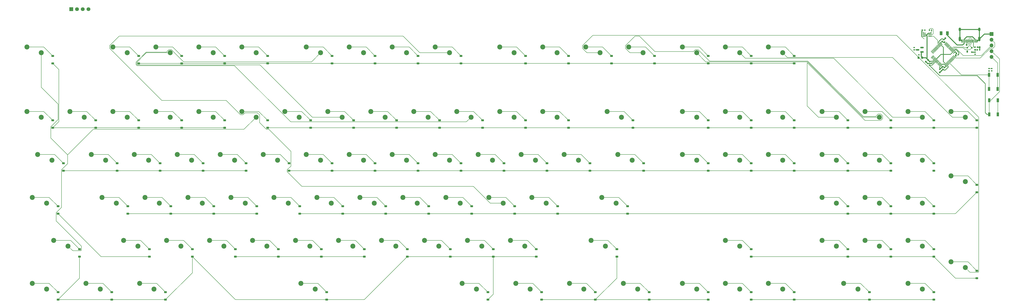
<source format=gbr>
%TF.GenerationSoftware,KiCad,Pcbnew,9.0.2*%
%TF.CreationDate,2025-06-28T16:46:26+02:00*%
%TF.ProjectId,modern-keyboard-template,6d6f6465-726e-42d6-9b65-79626f617264,rev?*%
%TF.SameCoordinates,Original*%
%TF.FileFunction,Copper,L2,Bot*%
%TF.FilePolarity,Positive*%
%FSLAX46Y46*%
G04 Gerber Fmt 4.6, Leading zero omitted, Abs format (unit mm)*
G04 Created by KiCad (PCBNEW 9.0.2) date 2025-06-28 16:46:26*
%MOMM*%
%LPD*%
G01*
G04 APERTURE LIST*
G04 Aperture macros list*
%AMRoundRect*
0 Rectangle with rounded corners*
0 $1 Rounding radius*
0 $2 $3 $4 $5 $6 $7 $8 $9 X,Y pos of 4 corners*
0 Add a 4 corners polygon primitive as box body*
4,1,4,$2,$3,$4,$5,$6,$7,$8,$9,$2,$3,0*
0 Add four circle primitives for the rounded corners*
1,1,$1+$1,$2,$3*
1,1,$1+$1,$4,$5*
1,1,$1+$1,$6,$7*
1,1,$1+$1,$8,$9*
0 Add four rect primitives between the rounded corners*
20,1,$1+$1,$2,$3,$4,$5,0*
20,1,$1+$1,$4,$5,$6,$7,0*
20,1,$1+$1,$6,$7,$8,$9,0*
20,1,$1+$1,$8,$9,$2,$3,0*%
G04 Aperture macros list end*
%TA.AperFunction,ComponentPad*%
%ADD10R,1.700000X1.700000*%
%TD*%
%TA.AperFunction,ComponentPad*%
%ADD11O,1.700000X1.700000*%
%TD*%
%TA.AperFunction,SMDPad,CuDef*%
%ADD12RoundRect,0.140000X-0.219203X-0.021213X-0.021213X-0.219203X0.219203X0.021213X0.021213X0.219203X0*%
%TD*%
%TA.AperFunction,SMDPad,CuDef*%
%ADD13RoundRect,0.140000X-0.021213X0.219203X-0.219203X0.021213X0.021213X-0.219203X0.219203X-0.021213X0*%
%TD*%
%TA.AperFunction,SMDPad,CuDef*%
%ADD14RoundRect,0.075000X-0.415425X-0.521491X0.521491X0.415425X0.415425X0.521491X-0.521491X-0.415425X0*%
%TD*%
%TA.AperFunction,SMDPad,CuDef*%
%ADD15RoundRect,0.075000X0.415425X-0.521491X0.521491X-0.415425X-0.415425X0.521491X-0.521491X0.415425X0*%
%TD*%
%TA.AperFunction,SMDPad,CuDef*%
%ADD16RoundRect,0.140000X-0.170000X0.140000X-0.170000X-0.140000X0.170000X-0.140000X0.170000X0.140000X0*%
%TD*%
%TA.AperFunction,SMDPad,CuDef*%
%ADD17RoundRect,0.150000X0.587500X0.150000X-0.587500X0.150000X-0.587500X-0.150000X0.587500X-0.150000X0*%
%TD*%
%TA.AperFunction,SMDPad,CuDef*%
%ADD18RoundRect,0.140000X0.219203X0.021213X0.021213X0.219203X-0.219203X-0.021213X-0.021213X-0.219203X0*%
%TD*%
%TA.AperFunction,SMDPad,CuDef*%
%ADD19R,1.000000X1.700000*%
%TD*%
%TA.AperFunction,SMDPad,CuDef*%
%ADD20RoundRect,0.140000X0.170000X-0.140000X0.170000X0.140000X-0.170000X0.140000X-0.170000X-0.140000X0*%
%TD*%
%TA.AperFunction,SMDPad,CuDef*%
%ADD21RoundRect,0.135000X-0.185000X0.135000X-0.185000X-0.135000X0.185000X-0.135000X0.185000X0.135000X0*%
%TD*%
%TA.AperFunction,ComponentPad*%
%ADD22O,1.000000X2.100000*%
%TD*%
%TA.AperFunction,ComponentPad*%
%ADD23O,1.000000X1.600000*%
%TD*%
%TA.AperFunction,SMDPad,CuDef*%
%ADD24R,0.600000X1.450000*%
%TD*%
%TA.AperFunction,SMDPad,CuDef*%
%ADD25R,0.300000X1.450000*%
%TD*%
%TA.AperFunction,SMDPad,CuDef*%
%ADD26RoundRect,0.140000X-0.140000X-0.170000X0.140000X-0.170000X0.140000X0.170000X-0.140000X0.170000X0*%
%TD*%
%TA.AperFunction,SMDPad,CuDef*%
%ADD27RoundRect,0.250000X0.375000X0.625000X-0.375000X0.625000X-0.375000X-0.625000X0.375000X-0.625000X0*%
%TD*%
%TA.AperFunction,SMDPad,CuDef*%
%ADD28RoundRect,0.140000X0.140000X0.170000X-0.140000X0.170000X-0.140000X-0.170000X0.140000X-0.170000X0*%
%TD*%
%TA.AperFunction,SMDPad,CuDef*%
%ADD29RoundRect,0.135000X-0.135000X-0.185000X0.135000X-0.185000X0.135000X0.185000X-0.135000X0.185000X0*%
%TD*%
%TA.AperFunction,SMDPad,CuDef*%
%ADD30RoundRect,0.140000X0.021213X-0.219203X0.219203X-0.021213X-0.021213X0.219203X-0.219203X0.021213X0*%
%TD*%
%TA.AperFunction,SMDPad,CuDef*%
%ADD31RoundRect,0.175000X-0.175000X-0.325000X0.175000X-0.325000X0.175000X0.325000X-0.175000X0.325000X0*%
%TD*%
%TA.AperFunction,SMDPad,CuDef*%
%ADD32RoundRect,0.150000X-0.200000X-0.150000X0.200000X-0.150000X0.200000X0.150000X-0.200000X0.150000X0*%
%TD*%
%TA.AperFunction,SMDPad,CuDef*%
%ADD33RoundRect,0.100000X0.650000X0.100000X-0.650000X0.100000X-0.650000X-0.100000X0.650000X-0.100000X0*%
%TD*%
%TA.AperFunction,SMDPad,CuDef*%
%ADD34RoundRect,0.135000X0.135000X0.185000X-0.135000X0.185000X-0.135000X-0.185000X0.135000X-0.185000X0*%
%TD*%
%TA.AperFunction,SMDPad,CuDef*%
%ADD35RoundRect,0.225000X0.225000X0.250000X-0.225000X0.250000X-0.225000X-0.250000X0.225000X-0.250000X0*%
%TD*%
%TA.AperFunction,SMDPad,CuDef*%
%ADD36RoundRect,0.135000X0.185000X-0.135000X0.185000X0.135000X-0.185000X0.135000X-0.185000X-0.135000X0*%
%TD*%
%TA.AperFunction,ComponentPad*%
%ADD37C,2.200000*%
%TD*%
%TA.AperFunction,SMDPad,CuDef*%
%ADD38RoundRect,0.225000X0.375000X-0.225000X0.375000X0.225000X-0.375000X0.225000X-0.375000X-0.225000X0*%
%TD*%
%TA.AperFunction,ComponentPad*%
%ADD39C,1.700000*%
%TD*%
%TA.AperFunction,ViaPad*%
%ADD40C,0.800000*%
%TD*%
%TA.AperFunction,Conductor*%
%ADD41C,0.200000*%
%TD*%
%TA.AperFunction,Conductor*%
%ADD42C,0.400000*%
%TD*%
%TA.AperFunction,Conductor*%
%ADD43C,0.300000*%
%TD*%
%TA.AperFunction,Conductor*%
%ADD44C,0.250000*%
%TD*%
G04 APERTURE END LIST*
D10*
%TO.P,J2,1,Pin_1*%
%TO.N,GND*%
X459270000Y-29730000D03*
D11*
%TO.P,J2,2,Pin_2*%
%TO.N,SWCLK*%
X459270000Y-32270000D03*
%TO.P,J2,3,Pin_3*%
%TO.N,SWD*%
X459270000Y-34810000D03*
%TO.P,J2,4,Pin_4*%
%TO.N,NRST*%
X459270000Y-37350000D03*
%TO.P,J2,5,Pin_5*%
%TO.N,+3V3*%
X459270000Y-39890000D03*
%TD*%
D12*
%TO.P,C6,1*%
%TO.N,+3V3*%
X436343152Y-45408370D03*
%TO.P,C6,2*%
%TO.N,GND*%
X437021974Y-46087192D03*
%TD*%
D13*
%TO.P,C5,1*%
%TO.N,+3V3*%
X438436188Y-44701264D03*
%TO.P,C5,2*%
%TO.N,GND*%
X437757366Y-45380086D03*
%TD*%
D14*
%TO.P,U1,1,VBAT*%
%TO.N,+3V3*%
X436921212Y-43741366D03*
%TO.P,U1,2,PC13*%
%TO.N,/C13*%
X436567658Y-43387812D03*
%TO.P,U1,3,PC14*%
%TO.N,/C14*%
X436214105Y-43034259D03*
%TO.P,U1,4,PC15*%
%TO.N,/C15*%
X435860551Y-42680705D03*
%TO.P,U1,5,PF0*%
%TO.N,/F0*%
X435506998Y-42327152D03*
%TO.P,U1,6,PF1*%
%TO.N,/F1*%
X435153445Y-41973599D03*
%TO.P,U1,7,NRST*%
%TO.N,NRST*%
X434799891Y-41620045D03*
%TO.P,U1,8,VSSA*%
%TO.N,GND*%
X434446338Y-41266492D03*
%TO.P,U1,9,VDDA*%
%TO.N,+3V3*%
X434092785Y-40912939D03*
%TO.P,U1,10,PA0*%
%TO.N,/A0*%
X433739231Y-40559385D03*
%TO.P,U1,11,PA1*%
%TO.N,/A1*%
X433385678Y-40205832D03*
%TO.P,U1,12,PA2*%
%TO.N,/A2*%
X433032124Y-39852278D03*
D15*
%TO.P,U1,13,PA3*%
%TO.N,/A3*%
X433032124Y-37854702D03*
%TO.P,U1,14,PA4*%
%TO.N,/A4*%
X433385678Y-37501148D03*
%TO.P,U1,15,PA5*%
%TO.N,/A5*%
X433739231Y-37147595D03*
%TO.P,U1,16,PA6*%
%TO.N,/A6*%
X434092785Y-36794041D03*
%TO.P,U1,17,PA7*%
%TO.N,/A7*%
X434446338Y-36440488D03*
%TO.P,U1,18,PB0*%
%TO.N,/B0*%
X434799891Y-36086935D03*
%TO.P,U1,19,PB1*%
%TO.N,/B1*%
X435153445Y-35733381D03*
%TO.P,U1,20,PB2*%
%TO.N,/B2*%
X435506998Y-35379828D03*
%TO.P,U1,21,PB10*%
%TO.N,/B10*%
X435860551Y-35026275D03*
%TO.P,U1,22,PB11*%
%TO.N,RGB3.3*%
X436214105Y-34672721D03*
%TO.P,U1,23,VSS*%
%TO.N,GND*%
X436567658Y-34319168D03*
%TO.P,U1,24,VDD*%
%TO.N,+3V3*%
X436921212Y-33965614D03*
D14*
%TO.P,U1,25,PB12*%
%TO.N,/B12*%
X438918788Y-33965614D03*
%TO.P,U1,26,PB13*%
%TO.N,/B13*%
X439272342Y-34319168D03*
%TO.P,U1,27,PB14*%
%TO.N,/B14*%
X439625895Y-34672721D03*
%TO.P,U1,28,PB15*%
%TO.N,/B15*%
X439979449Y-35026275D03*
%TO.P,U1,29,PA8*%
%TO.N,/A8*%
X440333002Y-35379828D03*
%TO.P,U1,30,PA9*%
%TO.N,/A9*%
X440686555Y-35733381D03*
%TO.P,U1,31,PA10*%
%TO.N,/A10*%
X441040109Y-36086935D03*
%TO.P,U1,32,PA11*%
%TO.N,D-*%
X441393662Y-36440488D03*
%TO.P,U1,33,PA12*%
%TO.N,D+*%
X441747215Y-36794041D03*
%TO.P,U1,34,PA13*%
%TO.N,SWD*%
X442100769Y-37147595D03*
%TO.P,U1,35,VSS*%
%TO.N,GND*%
X442454322Y-37501148D03*
%TO.P,U1,36,VDDIO2*%
%TO.N,+3V3*%
X442807876Y-37854702D03*
D15*
%TO.P,U1,37,PA14*%
%TO.N,SWCLK*%
X442807876Y-39852278D03*
%TO.P,U1,38,PA15*%
%TO.N,/A15*%
X442454322Y-40205832D03*
%TO.P,U1,39,PB3*%
%TO.N,/B3*%
X442100769Y-40559385D03*
%TO.P,U1,40,PB4*%
%TO.N,/B4*%
X441747215Y-40912939D03*
%TO.P,U1,41,PB5*%
%TO.N,/B5*%
X441393662Y-41266492D03*
%TO.P,U1,42,PB6*%
%TO.N,/B6*%
X441040109Y-41620045D03*
%TO.P,U1,43,PB7*%
%TO.N,/B7*%
X440686555Y-41973599D03*
%TO.P,U1,44,BOOT0*%
%TO.N,BOOT0*%
X440333002Y-42327152D03*
%TO.P,U1,45,PB8*%
%TO.N,SCL*%
X439979449Y-42680705D03*
%TO.P,U1,46,PB9*%
%TO.N,SDA*%
X439625895Y-43034259D03*
%TO.P,U1,47,VSS*%
%TO.N,GND*%
X439272342Y-43387812D03*
%TO.P,U1,48,VDD*%
%TO.N,+3V3*%
X438918788Y-43741366D03*
%TD*%
D16*
%TO.P,C8,1*%
%TO.N,+5V*%
X452020000Y-37780000D03*
%TO.P,C8,2*%
%TO.N,GND*%
X452020000Y-38740000D03*
%TD*%
D17*
%TO.P,U3,1,GND*%
%TO.N,GND*%
X428408395Y-35805221D03*
%TO.P,U3,2,VO*%
%TO.N,+3V3*%
X428408395Y-37705221D03*
%TO.P,U3,3,VI*%
%TO.N,+5V*%
X426533395Y-36755221D03*
%TD*%
D18*
%TO.P,C1,1*%
%TO.N,NRST*%
X431718673Y-43593336D03*
%TO.P,C1,2*%
%TO.N,GND*%
X431039851Y-42914514D03*
%TD*%
D19*
%TO.P,BOOT1,1,A*%
%TO.N,+3V3*%
X461980000Y-54180000D03*
X461980000Y-47880000D03*
%TO.P,BOOT1,2,B*%
%TO.N,BOOT0*%
X458180000Y-54180000D03*
X458180000Y-47880000D03*
%TD*%
D20*
%TO.P,C9,1*%
%TO.N,+5V*%
X424975895Y-36752721D03*
%TO.P,C9,2*%
%TO.N,GND*%
X424975895Y-35792721D03*
%TD*%
D19*
%TO.P,RST1,1,A*%
%TO.N,NRST*%
X458260000Y-59140000D03*
X458260000Y-65440000D03*
%TO.P,RST1,2,B*%
%TO.N,GND*%
X462060000Y-59140000D03*
X462060000Y-65440000D03*
%TD*%
D21*
%TO.P,R4,1*%
%TO.N,Net-(R3-Pad2)*%
X459370000Y-45050000D03*
%TO.P,R4,2*%
%TO.N,GND*%
X459370000Y-46070000D03*
%TD*%
D22*
%TO.P,J1,S1,SHIELD*%
%TO.N,GND*%
X453830000Y-31940000D03*
D23*
X453830000Y-27760000D03*
D22*
X445190000Y-31940000D03*
D23*
X445190000Y-27760000D03*
D24*
%TO.P,J1,B12,GND*%
X446260000Y-32855000D03*
%TO.P,J1,B9,VBUS*%
%TO.N,VBUS*%
X447060000Y-32855000D03*
D25*
%TO.P,J1,B8,SBU2*%
%TO.N,unconnected-(J1-SBU2-PadB8)*%
X447760000Y-32855000D03*
%TO.P,J1,B7,D-*%
%TO.N,D-*%
X448760000Y-32855000D03*
%TO.P,J1,B6,D+*%
%TO.N,D+*%
X450260000Y-32855000D03*
%TO.P,J1,B5,CC2*%
%TO.N,Net-(J1-CC2)*%
X451260000Y-32855000D03*
D24*
%TO.P,J1,B4,VBUS*%
%TO.N,VBUS*%
X451960000Y-32855000D03*
%TO.P,J1,B1,GND*%
%TO.N,GND*%
X452760000Y-32855000D03*
%TO.P,J1,A12,GND*%
X452760000Y-32855000D03*
%TO.P,J1,A9,VBUS*%
%TO.N,VBUS*%
X451960000Y-32855000D03*
D25*
%TO.P,J1,A8,SBU1*%
%TO.N,unconnected-(J1-SBU1-PadA8)*%
X450760000Y-32855000D03*
%TO.P,J1,A7,D-*%
%TO.N,D-*%
X449760000Y-32855000D03*
%TO.P,J1,A6,D+*%
%TO.N,D+*%
X449260000Y-32855000D03*
%TO.P,J1,A5,CC1*%
%TO.N,Net-(J1-CC1)*%
X448260000Y-32855000D03*
D24*
%TO.P,J1,A4,VBUS*%
%TO.N,VBUS*%
X447060000Y-32855000D03*
%TO.P,J1,A1,GND*%
%TO.N,GND*%
X446260000Y-32855000D03*
%TD*%
D26*
%TO.P,C43,1*%
%TO.N,GND*%
X431710000Y-28050000D03*
%TO.P,C43,2*%
%TO.N,+3V3*%
X432670000Y-28050000D03*
%TD*%
D27*
%TO.P,F1,1*%
%TO.N,VBUS*%
X439700000Y-29390000D03*
%TO.P,F1,2*%
%TO.N,+5V*%
X436900000Y-29390000D03*
%TD*%
D28*
%TO.P,C10,1*%
%TO.N,+3V3*%
X428070000Y-39030000D03*
%TO.P,C10,2*%
%TO.N,GND*%
X427110000Y-39030000D03*
%TD*%
D29*
%TO.P,R2,1*%
%TO.N,Net-(J1-CC2)*%
X452000000Y-35567500D03*
%TO.P,R2,2*%
%TO.N,GND*%
X453020000Y-35567500D03*
%TD*%
D30*
%TO.P,C4,1*%
%TO.N,+3V3*%
X437403812Y-33005717D03*
%TO.P,C4,2*%
%TO.N,GND*%
X438082634Y-32326895D03*
%TD*%
D31*
%TO.P,U2,1,GND*%
%TO.N,GND*%
X448510000Y-37567500D03*
D32*
%TO.P,U2,2,I/O1*%
%TO.N,D-*%
X448510000Y-35867500D03*
%TO.P,U2,3,I/O2*%
%TO.N,D+*%
X450510000Y-35867500D03*
%TO.P,U2,4,VCC*%
%TO.N,+5V*%
X450510000Y-37767500D03*
%TD*%
D12*
%TO.P,C3,1*%
%TO.N,+3V3*%
X443767773Y-38337303D03*
%TO.P,C3,2*%
%TO.N,GND*%
X444446595Y-39016125D03*
%TD*%
D33*
%TO.P,U5,1,VCCA*%
%TO.N,+3V3*%
X431998628Y-29440000D03*
%TO.P,U5,2,GND*%
%TO.N,GND*%
X431998628Y-30090000D03*
%TO.P,U5,3,A*%
%TO.N,RGB3.3*%
X431998628Y-30740000D03*
%TO.P,U5,4,B*%
%TO.N,RGB5v*%
X429338628Y-30740000D03*
%TO.P,U5,5,OE*%
%TO.N,+3V3*%
X429338628Y-30090000D03*
%TO.P,U5,6,VCCB*%
%TO.N,+5V*%
X429338628Y-29440000D03*
%TD*%
D34*
%TO.P,R1,1*%
%TO.N,GND*%
X453980000Y-36797500D03*
%TO.P,R1,2*%
%TO.N,Net-(J1-CC1)*%
X452960000Y-36797500D03*
%TD*%
D12*
%TO.P,C7,1*%
%TO.N,+3V3*%
X431923735Y-42030630D03*
%TO.P,C7,2*%
%TO.N,GND*%
X432602557Y-42709452D03*
%TD*%
D35*
%TO.P,C2,1*%
%TO.N,+3V3*%
X428495895Y-40292721D03*
%TO.P,C2,2*%
%TO.N,GND*%
X426945895Y-40292721D03*
%TD*%
D26*
%TO.P,C44,1*%
%TO.N,+5V*%
X428718628Y-28060000D03*
%TO.P,C44,2*%
%TO.N,GND*%
X429678628Y-28060000D03*
%TD*%
D36*
%TO.P,R3,1*%
%TO.N,BOOT0*%
X458170000Y-46120000D03*
%TO.P,R3,2*%
%TO.N,Net-(R3-Pad2)*%
X458170000Y-45100000D03*
%TD*%
D37*
%TO.P,MX1,2,2*%
%TO.N,Net-(D1-A)*%
X31750000Y-35560000D03*
%TO.P,MX1,1,1*%
%TO.N,Row0*%
X38100000Y-38100000D03*
%TD*%
%TO.P,MX2,2,2*%
%TO.N,Net-(D2-A)*%
X69850000Y-35560000D03*
%TO.P,MX2,1,1*%
%TO.N,Net-(MX2-Pad1)*%
X76200000Y-38100000D03*
%TD*%
%TO.P,MX3,2,2*%
%TO.N,Net-(D3-A)*%
X88900000Y-35560000D03*
%TO.P,MX3,1,1*%
%TO.N,col1*%
X95250000Y-38100000D03*
%TD*%
%TO.P,MX4,2,2*%
%TO.N,Net-(D4-A)*%
X107950000Y-35560000D03*
%TO.P,MX4,1,1*%
%TO.N,col2*%
X114300000Y-38100000D03*
%TD*%
%TO.P,MX5,2,2*%
%TO.N,Net-(D5-A)*%
X127000000Y-35560000D03*
%TO.P,MX5,1,1*%
%TO.N,col3*%
X133350000Y-38100000D03*
%TD*%
%TO.P,MX6,2,2*%
%TO.N,Net-(D6-A)*%
X155575000Y-35560000D03*
%TO.P,MX6,1,1*%
%TO.N,col4*%
X161925000Y-38100000D03*
%TD*%
%TO.P,MX7,2,2*%
%TO.N,Net-(D7-A)*%
X174625000Y-35560000D03*
%TO.P,MX7,1,1*%
%TO.N,Net-(MX28-Pad1)*%
X180975000Y-38100000D03*
%TD*%
%TO.P,MX8,2,2*%
%TO.N,Net-(D8-A)*%
X193675000Y-35560000D03*
%TO.P,MX8,1,1*%
%TO.N,col5*%
X200025000Y-38100000D03*
%TD*%
%TO.P,MX9,2,2*%
%TO.N,Net-(D9-A)*%
X212725000Y-35560000D03*
%TO.P,MX9,1,1*%
%TO.N,col6*%
X219075000Y-38100000D03*
%TD*%
%TO.P,MX10,2,2*%
%TO.N,Net-(D10-A)*%
X241300000Y-35560000D03*
%TO.P,MX10,1,1*%
%TO.N,col7*%
X247650000Y-38100000D03*
%TD*%
%TO.P,MX11,2,2*%
%TO.N,Net-(D11-A)*%
X260350000Y-35560000D03*
%TO.P,MX11,1,1*%
%TO.N,col8*%
X266700000Y-38100000D03*
%TD*%
%TO.P,MX12,2,2*%
%TO.N,Net-(D12-A)*%
X279400000Y-35560000D03*
%TO.P,MX12,1,1*%
%TO.N,Net-(MX12-Pad1)*%
X285750000Y-38100000D03*
%TD*%
%TO.P,MX13,2,2*%
%TO.N,Net-(D13-A)*%
X298450000Y-35560000D03*
%TO.P,MX13,1,1*%
%TO.N,col9*%
X304800000Y-38100000D03*
%TD*%
%TO.P,MX14,2,2*%
%TO.N,Net-(D14-A)*%
X322262500Y-35560000D03*
%TO.P,MX14,1,1*%
%TO.N,col10*%
X328612500Y-38100000D03*
%TD*%
%TO.P,MX15,2,2*%
%TO.N,Net-(D15-A)*%
X341312500Y-35560000D03*
%TO.P,MX15,1,1*%
%TO.N,col11*%
X347662500Y-38100000D03*
%TD*%
%TO.P,MX16,2,2*%
%TO.N,Net-(D16-A)*%
X360362500Y-35560000D03*
%TO.P,MX16,1,1*%
%TO.N,col12*%
X366712500Y-38100000D03*
%TD*%
%TO.P,MX17,2,2*%
%TO.N,Net-(D17-A)*%
X31750000Y-64135000D03*
%TO.P,MX17,1,1*%
%TO.N,col13*%
X38100000Y-66675000D03*
%TD*%
%TO.P,MX18,2,2*%
%TO.N,Net-(D18-A)*%
X50800000Y-64135000D03*
%TO.P,MX18,1,1*%
%TO.N,col14*%
X57150000Y-66675000D03*
%TD*%
%TO.P,MX19,2,2*%
%TO.N,Net-(D19-A)*%
X69850000Y-64135000D03*
%TO.P,MX19,1,1*%
%TO.N,col15*%
X76200000Y-66675000D03*
%TD*%
%TO.P,MX20,2,2*%
%TO.N,Net-(D20-A)*%
X88900000Y-64135000D03*
%TO.P,MX20,1,1*%
%TO.N,col16*%
X95250000Y-66675000D03*
%TD*%
%TO.P,MX21,2,2*%
%TO.N,Net-(D21-A)*%
X107950000Y-64135000D03*
%TO.P,MX21,1,1*%
%TO.N,col17*%
X114300000Y-66675000D03*
%TD*%
%TO.P,MX22,2,2*%
%TO.N,Net-(D22-A)*%
X127000000Y-64135000D03*
%TO.P,MX22,1,1*%
%TO.N,Row0*%
X133350000Y-66675000D03*
%TD*%
%TO.P,MX23,2,2*%
%TO.N,Net-(D23-A)*%
X146050000Y-64135000D03*
%TO.P,MX23,1,1*%
%TO.N,Net-(MX2-Pad1)*%
X152400000Y-66675000D03*
%TD*%
%TO.P,MX24,2,2*%
%TO.N,Net-(D24-A)*%
X165100000Y-64135000D03*
%TO.P,MX24,1,1*%
%TO.N,col1*%
X171450000Y-66675000D03*
%TD*%
%TO.P,MX25,2,2*%
%TO.N,Net-(D25-A)*%
X184150000Y-64135000D03*
%TO.P,MX25,1,1*%
%TO.N,col2*%
X190500000Y-66675000D03*
%TD*%
%TO.P,MX26,2,2*%
%TO.N,Net-(D26-A)*%
X203200000Y-64135000D03*
%TO.P,MX26,1,1*%
%TO.N,col3*%
X209550000Y-66675000D03*
%TD*%
%TO.P,MX27,2,2*%
%TO.N,Net-(D27-A)*%
X222250000Y-64135000D03*
%TO.P,MX27,1,1*%
%TO.N,col4*%
X228600000Y-66675000D03*
%TD*%
%TO.P,MX28,2,2*%
%TO.N,Net-(D28-A)*%
X241300000Y-64135000D03*
%TO.P,MX28,1,1*%
%TO.N,Net-(MX28-Pad1)*%
X247650000Y-66675000D03*
%TD*%
%TO.P,MX29,2,2*%
%TO.N,Net-(D29-A)*%
X260350000Y-64135000D03*
%TO.P,MX29,1,1*%
%TO.N,col5*%
X266700000Y-66675000D03*
%TD*%
%TO.P,MX30,2,2*%
%TO.N,Net-(D30-A)*%
X288925000Y-64135000D03*
%TO.P,MX30,1,1*%
%TO.N,col6*%
X295275000Y-66675000D03*
%TD*%
%TO.P,MX31,2,2*%
%TO.N,Net-(D31-A)*%
X322262500Y-64135000D03*
%TO.P,MX31,1,1*%
%TO.N,col7*%
X328612500Y-66675000D03*
%TD*%
%TO.P,MX32,2,2*%
%TO.N,Net-(D32-A)*%
X341312500Y-64135000D03*
%TO.P,MX32,1,1*%
%TO.N,col8*%
X347662500Y-66675000D03*
%TD*%
%TO.P,MX33,2,2*%
%TO.N,Net-(D33-A)*%
X360362500Y-64135000D03*
%TO.P,MX33,1,1*%
%TO.N,Net-(MX12-Pad1)*%
X366712500Y-66675000D03*
%TD*%
%TO.P,MX34,2,2*%
%TO.N,Net-(D34-A)*%
X384175000Y-64135000D03*
%TO.P,MX34,1,1*%
%TO.N,col9*%
X390525000Y-66675000D03*
%TD*%
%TO.P,MX35,2,2*%
%TO.N,Net-(D35-A)*%
X403225000Y-64135000D03*
%TO.P,MX35,1,1*%
%TO.N,col10*%
X409575000Y-66675000D03*
%TD*%
%TO.P,MX36,2,2*%
%TO.N,Net-(D36-A)*%
X422275000Y-64135000D03*
%TO.P,MX36,1,1*%
%TO.N,col11*%
X428625000Y-66675000D03*
%TD*%
%TO.P,MX37,1,1*%
%TO.N,col12*%
X447675000Y-66675000D03*
%TO.P,MX37,2,2*%
%TO.N,Net-(D37-A)*%
X441325000Y-64135000D03*
%TD*%
%TO.P,MX38,2,2*%
%TO.N,Net-(D38-A)*%
X36512500Y-83185000D03*
%TO.P,MX38,1,1*%
%TO.N,col13*%
X42862500Y-85725000D03*
%TD*%
%TO.P,MX39,2,2*%
%TO.N,Net-(D39-A)*%
X60325000Y-83185000D03*
%TO.P,MX39,1,1*%
%TO.N,col14*%
X66675000Y-85725000D03*
%TD*%
%TO.P,MX40,2,2*%
%TO.N,Net-(D40-A)*%
X79375000Y-83185000D03*
%TO.P,MX40,1,1*%
%TO.N,col15*%
X85725000Y-85725000D03*
%TD*%
%TO.P,MX41,2,2*%
%TO.N,Net-(D41-A)*%
X98425000Y-83185000D03*
%TO.P,MX41,1,1*%
%TO.N,col16*%
X104775000Y-85725000D03*
%TD*%
%TO.P,MX42,2,2*%
%TO.N,Net-(D42-A)*%
X117475000Y-83185000D03*
%TO.P,MX42,1,1*%
%TO.N,col17*%
X123825000Y-85725000D03*
%TD*%
%TO.P,MX43,2,2*%
%TO.N,Net-(D43-A)*%
X136525000Y-83185000D03*
%TO.P,MX43,1,1*%
%TO.N,Row0*%
X142875000Y-85725000D03*
%TD*%
%TO.P,MX44,2,2*%
%TO.N,Net-(D44-A)*%
X155575000Y-83185000D03*
%TO.P,MX44,1,1*%
%TO.N,Net-(MX2-Pad1)*%
X161925000Y-85725000D03*
%TD*%
%TO.P,MX45,2,2*%
%TO.N,Net-(D45-A)*%
X174625000Y-83185000D03*
%TO.P,MX45,1,1*%
%TO.N,col1*%
X180975000Y-85725000D03*
%TD*%
%TO.P,MX46,2,2*%
%TO.N,Net-(D46-A)*%
X193675000Y-83185000D03*
%TO.P,MX46,1,1*%
%TO.N,col2*%
X200025000Y-85725000D03*
%TD*%
%TO.P,MX47,2,2*%
%TO.N,Net-(D47-A)*%
X212725000Y-83185000D03*
%TO.P,MX47,1,1*%
%TO.N,col3*%
X219075000Y-85725000D03*
%TD*%
%TO.P,MX48,2,2*%
%TO.N,Net-(D48-A)*%
X231775000Y-83185000D03*
%TO.P,MX48,1,1*%
%TO.N,col4*%
X238125000Y-85725000D03*
%TD*%
%TO.P,MX49,2,2*%
%TO.N,Net-(D49-A)*%
X250825000Y-83185000D03*
%TO.P,MX49,1,1*%
%TO.N,Net-(MX28-Pad1)*%
X257175000Y-85725000D03*
%TD*%
%TO.P,MX50,2,2*%
%TO.N,Net-(D50-A)*%
X269875000Y-83185000D03*
%TO.P,MX50,1,1*%
%TO.N,col5*%
X276225000Y-85725000D03*
%TD*%
%TO.P,MX51,2,2*%
%TO.N,Net-(D51-A)*%
X293687500Y-83185000D03*
%TO.P,MX51,1,1*%
%TO.N,col6*%
X300037500Y-85725000D03*
%TD*%
%TO.P,MX52,2,2*%
%TO.N,Net-(D52-A)*%
X322262500Y-83185000D03*
%TO.P,MX52,1,1*%
%TO.N,col7*%
X328612500Y-85725000D03*
%TD*%
%TO.P,MX53,2,2*%
%TO.N,Net-(D53-A)*%
X341312500Y-83185000D03*
%TO.P,MX53,1,1*%
%TO.N,col8*%
X347662500Y-85725000D03*
%TD*%
%TO.P,MX54,2,2*%
%TO.N,Net-(D54-A)*%
X360362500Y-83185000D03*
%TO.P,MX54,1,1*%
%TO.N,Net-(MX12-Pad1)*%
X366712500Y-85725000D03*
%TD*%
%TO.P,MX55,2,2*%
%TO.N,Net-(D55-A)*%
X384175000Y-83185000D03*
%TO.P,MX55,1,1*%
%TO.N,col9*%
X390525000Y-85725000D03*
%TD*%
%TO.P,MX56,2,2*%
%TO.N,Net-(D56-A)*%
X403225000Y-83185000D03*
%TO.P,MX56,1,1*%
%TO.N,col10*%
X409575000Y-85725000D03*
%TD*%
%TO.P,MX57,2,2*%
%TO.N,Net-(D57-A)*%
X422275000Y-83185000D03*
%TO.P,MX57,1,1*%
%TO.N,Row0*%
X428625000Y-85725000D03*
%TD*%
%TO.P,MX58,2,2*%
%TO.N,Net-(D58-A)*%
X441325000Y-92710000D03*
%TO.P,MX58,1,1*%
%TO.N,Net-(MX2-Pad1)*%
X447675000Y-95250000D03*
%TD*%
%TO.P,MX59,2,2*%
%TO.N,Net-(D59-A)*%
X34131250Y-102235000D03*
%TO.P,MX59,1,1*%
%TO.N,col1*%
X40481250Y-104775000D03*
%TD*%
%TO.P,MX60,2,2*%
%TO.N,Net-(D60-A)*%
X65087500Y-102235000D03*
%TO.P,MX60,1,1*%
%TO.N,col14*%
X71437500Y-104775000D03*
%TD*%
%TO.P,MX61,2,2*%
%TO.N,Net-(D61-A)*%
X84137500Y-102235000D03*
%TO.P,MX61,1,1*%
%TO.N,col15*%
X90487500Y-104775000D03*
%TD*%
%TO.P,MX62,2,2*%
%TO.N,Net-(D62-A)*%
X103187500Y-102235000D03*
%TO.P,MX62,1,1*%
%TO.N,col16*%
X109537500Y-104775000D03*
%TD*%
%TO.P,MX63,2,2*%
%TO.N,Net-(D63-A)*%
X122237500Y-102235000D03*
%TO.P,MX63,1,1*%
%TO.N,col17*%
X128587500Y-104775000D03*
%TD*%
%TO.P,MX64,2,2*%
%TO.N,Net-(D64-A)*%
X141287500Y-102235000D03*
%TO.P,MX64,1,1*%
%TO.N,col2*%
X147637500Y-104775000D03*
%TD*%
%TO.P,MX65,2,2*%
%TO.N,Net-(D65-A)*%
X160337500Y-102235000D03*
%TO.P,MX65,1,1*%
%TO.N,col3*%
X166687500Y-104775000D03*
%TD*%
%TO.P,MX66,2,2*%
%TO.N,Net-(D66-A)*%
X179387500Y-102235000D03*
%TO.P,MX66,1,1*%
%TO.N,col4*%
X185737500Y-104775000D03*
%TD*%
%TO.P,MX67,2,2*%
%TO.N,Net-(D67-A)*%
X198437500Y-102235000D03*
%TO.P,MX67,1,1*%
%TO.N,Net-(MX28-Pad1)*%
X204787500Y-104775000D03*
%TD*%
%TO.P,MX68,2,2*%
%TO.N,Net-(D68-A)*%
X217487500Y-102235000D03*
%TO.P,MX68,1,1*%
%TO.N,col5*%
X223837500Y-104775000D03*
%TD*%
%TO.P,MX69,2,2*%
%TO.N,Net-(D69-A)*%
X236537500Y-102235000D03*
%TO.P,MX69,1,1*%
%TO.N,col6*%
X242887500Y-104775000D03*
%TD*%
%TO.P,MX70,2,2*%
%TO.N,Net-(D70-A)*%
X255587500Y-102235000D03*
%TO.P,MX70,1,1*%
%TO.N,col7*%
X261937500Y-104775000D03*
%TD*%
%TO.P,MX71,2,2*%
%TO.N,Net-(D71-A)*%
X286543750Y-102235000D03*
%TO.P,MX71,1,1*%
%TO.N,col8*%
X292893750Y-104775000D03*
%TD*%
%TO.P,MX72,2,2*%
%TO.N,Net-(D72-A)*%
X384175000Y-102235000D03*
%TO.P,MX72,1,1*%
%TO.N,Net-(MX12-Pad1)*%
X390525000Y-104775000D03*
%TD*%
%TO.P,MX73,2,2*%
%TO.N,Net-(D73-A)*%
X403225000Y-102235000D03*
%TO.P,MX73,1,1*%
%TO.N,col9*%
X409575000Y-104775000D03*
%TD*%
%TO.P,MX74,2,2*%
%TO.N,Net-(D74-A)*%
X422275000Y-102235000D03*
%TO.P,MX74,1,1*%
%TO.N,col10*%
X428625000Y-104775000D03*
%TD*%
%TO.P,MX75,2,2*%
%TO.N,Net-(D75-A)*%
X43656250Y-121285000D03*
%TO.P,MX75,1,1*%
%TO.N,Row0*%
X50006250Y-123825000D03*
%TD*%
%TO.P,MX76,2,2*%
%TO.N,Net-(D76-A)*%
X74612500Y-121285000D03*
%TO.P,MX76,1,1*%
%TO.N,col12*%
X80962500Y-123825000D03*
%TD*%
%TO.P,MX77,2,2*%
%TO.N,Net-(D77-A)*%
X93662500Y-121285000D03*
%TO.P,MX77,1,1*%
%TO.N,Net-(MX2-Pad1)*%
X100012500Y-123825000D03*
%TD*%
%TO.P,MX78,2,2*%
%TO.N,Net-(D78-A)*%
X112712500Y-121285000D03*
%TO.P,MX78,1,1*%
%TO.N,col14*%
X119062500Y-123825000D03*
%TD*%
%TO.P,MX79,2,2*%
%TO.N,Net-(D79-A)*%
X131762500Y-121285000D03*
%TO.P,MX79,1,1*%
%TO.N,col15*%
X138112500Y-123825000D03*
%TD*%
%TO.P,MX80,2,2*%
%TO.N,Net-(D80-A)*%
X150812500Y-121285000D03*
%TO.P,MX80,1,1*%
%TO.N,col16*%
X157162500Y-123825000D03*
%TD*%
%TO.P,MX81,2,2*%
%TO.N,Net-(D81-A)*%
X169862500Y-121285000D03*
%TO.P,MX81,1,1*%
%TO.N,col17*%
X176212500Y-123825000D03*
%TD*%
%TO.P,MX82,2,2*%
%TO.N,Net-(D82-A)*%
X188912500Y-121285000D03*
%TO.P,MX82,1,1*%
%TO.N,col1*%
X195262500Y-123825000D03*
%TD*%
%TO.P,MX83,2,2*%
%TO.N,Net-(D83-A)*%
X207962500Y-121285000D03*
%TO.P,MX83,1,1*%
%TO.N,col2*%
X214312500Y-123825000D03*
%TD*%
%TO.P,MX84,2,2*%
%TO.N,Net-(D84-A)*%
X227012500Y-121285000D03*
%TO.P,MX84,1,1*%
%TO.N,col3*%
X233362500Y-123825000D03*
%TD*%
%TO.P,MX85,2,2*%
%TO.N,Net-(D85-A)*%
X246062500Y-121285000D03*
%TO.P,MX85,1,1*%
%TO.N,col4*%
X252412500Y-123825000D03*
%TD*%
%TO.P,MX86,2,2*%
%TO.N,Net-(D86-A)*%
X281781250Y-121285000D03*
%TO.P,MX86,1,1*%
%TO.N,Net-(MX28-Pad1)*%
X288131250Y-123825000D03*
%TD*%
%TO.P,MX87,2,2*%
%TO.N,Net-(D87-A)*%
X341312500Y-121285000D03*
%TO.P,MX87,1,1*%
%TO.N,col5*%
X347662500Y-123825000D03*
%TD*%
%TO.P,MX88,2,2*%
%TO.N,Net-(D88-A)*%
X384175000Y-121285000D03*
%TO.P,MX88,1,1*%
%TO.N,col6*%
X390525000Y-123825000D03*
%TD*%
%TO.P,MX89,2,2*%
%TO.N,Net-(D89-A)*%
X403225000Y-121285000D03*
%TO.P,MX89,1,1*%
%TO.N,col7*%
X409575000Y-123825000D03*
%TD*%
%TO.P,MX90,2,2*%
%TO.N,Net-(D90-A)*%
X422275000Y-121285000D03*
%TO.P,MX90,1,1*%
%TO.N,col8*%
X428625000Y-123825000D03*
%TD*%
%TO.P,MX91,2,2*%
%TO.N,Net-(D91-A)*%
X441325000Y-130810000D03*
%TO.P,MX91,1,1*%
%TO.N,Net-(MX12-Pad1)*%
X447675000Y-133350000D03*
%TD*%
%TO.P,MX92,2,2*%
%TO.N,Net-(D92-A)*%
X34131250Y-140335000D03*
%TO.P,MX92,1,1*%
%TO.N,col9*%
X40481250Y-142875000D03*
%TD*%
%TO.P,MX93,2,2*%
%TO.N,Net-(D93-A)*%
X57943750Y-140335000D03*
%TO.P,MX93,1,1*%
%TO.N,col10*%
X64293750Y-142875000D03*
%TD*%
%TO.P,MX94,2,2*%
%TO.N,Net-(D94-A)*%
X81756250Y-140335000D03*
%TO.P,MX94,1,1*%
%TO.N,col11*%
X88106250Y-142875000D03*
%TD*%
%TO.P,MX95,2,2*%
%TO.N,Net-(D95-A)*%
X153193750Y-140335000D03*
%TO.P,MX95,1,1*%
%TO.N,col12*%
X159543750Y-142875000D03*
%TD*%
%TO.P,MX96,2,2*%
%TO.N,Net-(D96-A)*%
X224631250Y-140335000D03*
%TO.P,MX96,1,1*%
%TO.N,col13*%
X230981250Y-142875000D03*
%TD*%
%TO.P,MX97,2,2*%
%TO.N,Net-(D97-A)*%
X248443750Y-140335000D03*
%TO.P,MX97,1,1*%
%TO.N,col14*%
X254793750Y-142875000D03*
%TD*%
%TO.P,MX98,2,2*%
%TO.N,Net-(D98-A)*%
X272256250Y-140335000D03*
%TO.P,MX98,1,1*%
%TO.N,col15*%
X278606250Y-142875000D03*
%TD*%
%TO.P,MX99,2,2*%
%TO.N,Net-(D99-A)*%
X296068750Y-140335000D03*
%TO.P,MX99,1,1*%
%TO.N,col16*%
X302418750Y-142875000D03*
%TD*%
%TO.P,MX100,2,2*%
%TO.N,Net-(D100-A)*%
X322262500Y-140335000D03*
%TO.P,MX100,1,1*%
%TO.N,col17*%
X328612500Y-142875000D03*
%TD*%
%TO.P,MX101,1,1*%
%TO.N,Row0*%
X347662500Y-142875000D03*
%TO.P,MX101,2,2*%
%TO.N,Net-(D101-A)*%
X341312500Y-140335000D03*
%TD*%
%TO.P,MX102,1,1*%
%TO.N,col1*%
X366712500Y-142875000D03*
%TO.P,MX102,2,2*%
%TO.N,Net-(D103-A)*%
X360362500Y-140335000D03*
%TD*%
%TO.P,MX103,1,1*%
%TO.N,col2*%
X400050000Y-142875000D03*
%TO.P,MX103,2,2*%
%TO.N,Net-(D104-A)*%
X393700000Y-140335000D03*
%TD*%
%TO.P,MX104,1,1*%
%TO.N,col3*%
X428625000Y-142875000D03*
%TO.P,MX104,2,2*%
%TO.N,Net-(D105-A)*%
X422275000Y-140335000D03*
%TD*%
D38*
%TO.P,D37,2,A*%
%TO.N,Net-(D37-A)*%
X452755000Y-68055000D03*
%TO.P,D37,1,K*%
%TO.N,Net-(D22-K)*%
X452755000Y-71355000D03*
%TD*%
%TO.P,D105,1,K*%
%TO.N,Net-(D101-K)*%
X433705000Y-147555000D03*
%TO.P,D105,2,A*%
%TO.N,Net-(D105-A)*%
X433705000Y-144255000D03*
%TD*%
%TO.P,D104,1,K*%
%TO.N,Net-(D101-K)*%
X405130000Y-147555000D03*
%TO.P,D104,2,A*%
%TO.N,Net-(D104-A)*%
X405130000Y-144255000D03*
%TD*%
%TO.P,D103,1,K*%
%TO.N,Net-(D101-K)*%
X371792500Y-147555000D03*
%TO.P,D103,2,A*%
%TO.N,Net-(D103-A)*%
X371792500Y-144255000D03*
%TD*%
%TO.P,D101,1,K*%
%TO.N,Net-(D101-K)*%
X352742500Y-147555000D03*
%TO.P,D101,2,A*%
%TO.N,Net-(D101-A)*%
X352742500Y-144255000D03*
%TD*%
%TO.P,D100,1,K*%
%TO.N,Net-(D100-K)*%
X333692500Y-147555000D03*
%TO.P,D100,2,A*%
%TO.N,Net-(D100-A)*%
X333692500Y-144255000D03*
%TD*%
%TO.P,D99,1,K*%
%TO.N,Net-(D100-K)*%
X307498750Y-147555000D03*
%TO.P,D99,2,A*%
%TO.N,Net-(D99-A)*%
X307498750Y-144255000D03*
%TD*%
%TO.P,D98,1,K*%
%TO.N,Net-(D100-K)*%
X283686250Y-147555000D03*
%TO.P,D98,2,A*%
%TO.N,Net-(D98-A)*%
X283686250Y-144255000D03*
%TD*%
%TO.P,D97,1,K*%
%TO.N,Net-(D100-K)*%
X259873750Y-147555000D03*
%TO.P,D97,2,A*%
%TO.N,Net-(D97-A)*%
X259873750Y-144255000D03*
%TD*%
%TO.P,D96,1,K*%
%TO.N,Net-(D100-K)*%
X236061250Y-147555000D03*
%TO.P,D96,2,A*%
%TO.N,Net-(D96-A)*%
X236061250Y-144255000D03*
%TD*%
%TO.P,D95,1,K*%
%TO.N,Net-(D100-K)*%
X164623750Y-147555000D03*
%TO.P,D95,2,A*%
%TO.N,Net-(D95-A)*%
X164623750Y-144255000D03*
%TD*%
%TO.P,D94,1,K*%
%TO.N,Net-(D100-K)*%
X93186250Y-147555000D03*
%TO.P,D94,2,A*%
%TO.N,Net-(D94-A)*%
X93186250Y-144255000D03*
%TD*%
%TO.P,D93,1,K*%
%TO.N,Net-(D100-K)*%
X69373750Y-147555000D03*
%TO.P,D93,2,A*%
%TO.N,Net-(D93-A)*%
X69373750Y-144255000D03*
%TD*%
%TO.P,D92,1,K*%
%TO.N,Net-(D100-K)*%
X45561250Y-147555000D03*
%TO.P,D92,2,A*%
%TO.N,Net-(D92-A)*%
X45561250Y-144255000D03*
%TD*%
%TO.P,D91,1,K*%
%TO.N,Net-(D100-K)*%
X452755000Y-138030000D03*
%TO.P,D91,2,A*%
%TO.N,Net-(D91-A)*%
X452755000Y-134730000D03*
%TD*%
%TO.P,D90,1,K*%
%TO.N,Net-(D100-K)*%
X433705000Y-128505000D03*
%TO.P,D90,2,A*%
%TO.N,Net-(D90-A)*%
X433705000Y-125205000D03*
%TD*%
%TO.P,D89,1,K*%
%TO.N,Net-(D100-K)*%
X414655000Y-128505000D03*
%TO.P,D89,2,A*%
%TO.N,Net-(D89-A)*%
X414655000Y-125205000D03*
%TD*%
%TO.P,D88,1,K*%
%TO.N,Net-(D100-K)*%
X395605000Y-128505000D03*
%TO.P,D88,2,A*%
%TO.N,Net-(D88-A)*%
X395605000Y-125205000D03*
%TD*%
%TO.P,D87,1,K*%
%TO.N,Net-(D100-K)*%
X352742500Y-128505000D03*
%TO.P,D87,2,A*%
%TO.N,Net-(D87-A)*%
X352742500Y-125205000D03*
%TD*%
%TO.P,D86,1,K*%
%TO.N,Net-(D100-K)*%
X293211250Y-128505000D03*
%TO.P,D86,2,A*%
%TO.N,Net-(D86-A)*%
X293211250Y-125205000D03*
%TD*%
%TO.P,D85,1,K*%
%TO.N,Net-(D100-K)*%
X257492500Y-128505000D03*
%TO.P,D85,2,A*%
%TO.N,Net-(D85-A)*%
X257492500Y-125205000D03*
%TD*%
%TO.P,D84,1,K*%
%TO.N,Net-(D100-K)*%
X238442500Y-128505000D03*
%TO.P,D84,2,A*%
%TO.N,Net-(D84-A)*%
X238442500Y-125205000D03*
%TD*%
%TO.P,D83,1,K*%
%TO.N,Net-(D100-K)*%
X219392500Y-128505000D03*
%TO.P,D83,2,A*%
%TO.N,Net-(D83-A)*%
X219392500Y-125205000D03*
%TD*%
%TO.P,D82,1,K*%
%TO.N,Net-(D100-K)*%
X200342500Y-128505000D03*
%TO.P,D82,2,A*%
%TO.N,Net-(D82-A)*%
X200342500Y-125205000D03*
%TD*%
%TO.P,D81,1,K*%
%TO.N,Net-(D57-K)*%
X181292500Y-128505000D03*
%TO.P,D81,2,A*%
%TO.N,Net-(D81-A)*%
X181292500Y-125205000D03*
%TD*%
%TO.P,D80,1,K*%
%TO.N,Net-(D57-K)*%
X162242500Y-128505000D03*
%TO.P,D80,2,A*%
%TO.N,Net-(D80-A)*%
X162242500Y-125205000D03*
%TD*%
%TO.P,D79,1,K*%
%TO.N,Net-(D57-K)*%
X143192500Y-128505000D03*
%TO.P,D79,2,A*%
%TO.N,Net-(D79-A)*%
X143192500Y-125205000D03*
%TD*%
%TO.P,D78,1,K*%
%TO.N,Net-(D57-K)*%
X124142500Y-128505000D03*
%TO.P,D78,2,A*%
%TO.N,Net-(D78-A)*%
X124142500Y-125205000D03*
%TD*%
%TO.P,D77,1,K*%
%TO.N,Net-(D100-K)*%
X105092500Y-128505000D03*
%TO.P,D77,2,A*%
%TO.N,Net-(D77-A)*%
X105092500Y-125205000D03*
%TD*%
%TO.P,D76,1,K*%
%TO.N,Net-(D57-K)*%
X86042500Y-128505000D03*
%TO.P,D76,2,A*%
%TO.N,Net-(D76-A)*%
X86042500Y-125205000D03*
%TD*%
%TO.P,D75,1,K*%
%TO.N,Net-(D100-K)*%
X55086250Y-128505000D03*
%TO.P,D75,2,A*%
%TO.N,Net-(D75-A)*%
X55086250Y-125205000D03*
%TD*%
%TO.P,D74,1,K*%
%TO.N,Net-(D57-K)*%
X433705000Y-109455000D03*
%TO.P,D74,2,A*%
%TO.N,Net-(D74-A)*%
X433705000Y-106155000D03*
%TD*%
%TO.P,D73,1,K*%
%TO.N,Net-(D57-K)*%
X414655000Y-109455000D03*
%TO.P,D73,2,A*%
%TO.N,Net-(D73-A)*%
X414655000Y-106155000D03*
%TD*%
%TO.P,D72,1,K*%
%TO.N,Net-(D57-K)*%
X395605000Y-109455000D03*
%TO.P,D72,2,A*%
%TO.N,Net-(D72-A)*%
X395605000Y-106155000D03*
%TD*%
%TO.P,D71,1,K*%
%TO.N,Net-(D57-K)*%
X297973750Y-109455000D03*
%TO.P,D71,2,A*%
%TO.N,Net-(D71-A)*%
X297973750Y-106155000D03*
%TD*%
%TO.P,D70,1,K*%
%TO.N,Net-(D57-K)*%
X267017500Y-109455000D03*
%TO.P,D70,2,A*%
%TO.N,Net-(D70-A)*%
X267017500Y-106155000D03*
%TD*%
%TO.P,D69,1,K*%
%TO.N,Net-(D57-K)*%
X247967500Y-109455000D03*
%TO.P,D69,2,A*%
%TO.N,Net-(D69-A)*%
X247967500Y-106155000D03*
%TD*%
%TO.P,D68,1,K*%
%TO.N,Net-(D57-K)*%
X228917500Y-109455000D03*
%TO.P,D68,2,A*%
%TO.N,Net-(D68-A)*%
X228917500Y-106155000D03*
%TD*%
%TO.P,D67,1,K*%
%TO.N,Net-(D57-K)*%
X209867500Y-109455000D03*
%TO.P,D67,2,A*%
%TO.N,Net-(D67-A)*%
X209867500Y-106155000D03*
%TD*%
%TO.P,D66,1,K*%
%TO.N,Net-(D57-K)*%
X190817500Y-109455000D03*
%TO.P,D66,2,A*%
%TO.N,Net-(D66-A)*%
X190817500Y-106155000D03*
%TD*%
%TO.P,D65,1,K*%
%TO.N,Net-(D57-K)*%
X171767500Y-109455000D03*
%TO.P,D65,2,A*%
%TO.N,Net-(D65-A)*%
X171767500Y-106155000D03*
%TD*%
%TO.P,D64,1,K*%
%TO.N,Net-(D57-K)*%
X152717500Y-109455000D03*
%TO.P,D64,2,A*%
%TO.N,Net-(D64-A)*%
X152717500Y-106155000D03*
%TD*%
%TO.P,D63,1,K*%
%TO.N,Net-(D43-K)*%
X133667500Y-109455000D03*
%TO.P,D63,2,A*%
%TO.N,Net-(D63-A)*%
X133667500Y-106155000D03*
%TD*%
%TO.P,D62,1,K*%
%TO.N,Net-(D43-K)*%
X114617500Y-109455000D03*
%TO.P,D62,2,A*%
%TO.N,Net-(D62-A)*%
X114617500Y-106155000D03*
%TD*%
%TO.P,D61,1,K*%
%TO.N,Net-(D43-K)*%
X95567500Y-109455000D03*
%TO.P,D61,2,A*%
%TO.N,Net-(D61-A)*%
X95567500Y-106155000D03*
%TD*%
%TO.P,D60,1,K*%
%TO.N,Net-(D43-K)*%
X76517500Y-109455000D03*
%TO.P,D60,2,A*%
%TO.N,Net-(D60-A)*%
X76517500Y-106155000D03*
%TD*%
%TO.P,D59,1,K*%
%TO.N,Net-(D57-K)*%
X45561250Y-109455000D03*
%TO.P,D59,2,A*%
%TO.N,Net-(D59-A)*%
X45561250Y-106155000D03*
%TD*%
%TO.P,D58,1,K*%
%TO.N,Net-(D57-K)*%
X452755000Y-99930000D03*
%TO.P,D58,2,A*%
%TO.N,Net-(D58-A)*%
X452755000Y-96630000D03*
%TD*%
%TO.P,D57,1,K*%
%TO.N,Net-(D57-K)*%
X433705000Y-90405000D03*
%TO.P,D57,2,A*%
%TO.N,Net-(D57-A)*%
X433705000Y-87105000D03*
%TD*%
%TO.P,D56,1,K*%
%TO.N,Net-(D43-K)*%
X414655000Y-90405000D03*
%TO.P,D56,2,A*%
%TO.N,Net-(D56-A)*%
X414655000Y-87105000D03*
%TD*%
%TO.P,D55,1,K*%
%TO.N,Net-(D43-K)*%
X395605000Y-90405000D03*
%TO.P,D55,2,A*%
%TO.N,Net-(D55-A)*%
X395605000Y-87105000D03*
%TD*%
%TO.P,D54,1,K*%
%TO.N,Net-(D43-K)*%
X371792500Y-90405000D03*
%TO.P,D54,2,A*%
%TO.N,Net-(D54-A)*%
X371792500Y-87105000D03*
%TD*%
%TO.P,D53,1,K*%
%TO.N,Net-(D43-K)*%
X352742500Y-90405000D03*
%TO.P,D53,2,A*%
%TO.N,Net-(D53-A)*%
X352742500Y-87105000D03*
%TD*%
%TO.P,D52,1,K*%
%TO.N,Net-(D43-K)*%
X333692500Y-90405000D03*
%TO.P,D52,2,A*%
%TO.N,Net-(D52-A)*%
X333692500Y-87105000D03*
%TD*%
%TO.P,D51,1,K*%
%TO.N,Net-(D43-K)*%
X305117500Y-90405000D03*
%TO.P,D51,2,A*%
%TO.N,Net-(D51-A)*%
X305117500Y-87105000D03*
%TD*%
%TO.P,D50,1,K*%
%TO.N,Net-(D43-K)*%
X281305000Y-90405000D03*
%TO.P,D50,2,A*%
%TO.N,Net-(D50-A)*%
X281305000Y-87105000D03*
%TD*%
%TO.P,D49,1,K*%
%TO.N,Net-(D43-K)*%
X262255000Y-90405000D03*
%TO.P,D49,2,A*%
%TO.N,Net-(D49-A)*%
X262255000Y-87105000D03*
%TD*%
%TO.P,D48,1,K*%
%TO.N,Net-(D43-K)*%
X243205000Y-90405000D03*
%TO.P,D48,2,A*%
%TO.N,Net-(D48-A)*%
X243205000Y-87105000D03*
%TD*%
%TO.P,D47,1,K*%
%TO.N,Net-(D43-K)*%
X224155000Y-90405000D03*
%TO.P,D47,2,A*%
%TO.N,Net-(D47-A)*%
X224155000Y-87105000D03*
%TD*%
%TO.P,D46,1,K*%
%TO.N,Net-(D43-K)*%
X205105000Y-90405000D03*
%TO.P,D46,2,A*%
%TO.N,Net-(D46-A)*%
X205105000Y-87105000D03*
%TD*%
%TO.P,D45,1,K*%
%TO.N,Net-(D43-K)*%
X186055000Y-90405000D03*
%TO.P,D45,2,A*%
%TO.N,Net-(D45-A)*%
X186055000Y-87105000D03*
%TD*%
%TO.P,D44,1,K*%
%TO.N,Net-(D43-K)*%
X167005000Y-90405000D03*
%TO.P,D44,2,A*%
%TO.N,Net-(D44-A)*%
X167005000Y-87105000D03*
%TD*%
%TO.P,D43,1,K*%
%TO.N,Net-(D43-K)*%
X147955000Y-90405000D03*
%TO.P,D43,2,A*%
%TO.N,Net-(D43-A)*%
X147955000Y-87105000D03*
%TD*%
%TO.P,D42,1,K*%
%TO.N,Net-(D22-K)*%
X128905000Y-90405000D03*
%TO.P,D42,2,A*%
%TO.N,Net-(D42-A)*%
X128905000Y-87105000D03*
%TD*%
%TO.P,D41,1,K*%
%TO.N,Net-(D22-K)*%
X109855000Y-90405000D03*
%TO.P,D41,2,A*%
%TO.N,Net-(D41-A)*%
X109855000Y-87105000D03*
%TD*%
%TO.P,D40,1,K*%
%TO.N,Net-(D22-K)*%
X90805000Y-90405000D03*
%TO.P,D40,2,A*%
%TO.N,Net-(D40-A)*%
X90805000Y-87105000D03*
%TD*%
%TO.P,D39,1,K*%
%TO.N,Net-(D22-K)*%
X71755000Y-90405000D03*
%TO.P,D39,2,A*%
%TO.N,Net-(D39-A)*%
X71755000Y-87105000D03*
%TD*%
%TO.P,D38,1,K*%
%TO.N,Net-(D22-K)*%
X47942500Y-90405000D03*
%TO.P,D38,2,A*%
%TO.N,Net-(D38-A)*%
X47942500Y-87105000D03*
%TD*%
%TO.P,D36,1,K*%
%TO.N,Net-(D22-K)*%
X433705000Y-71355000D03*
%TO.P,D36,2,A*%
%TO.N,Net-(D36-A)*%
X433705000Y-68055000D03*
%TD*%
%TO.P,D35,1,K*%
%TO.N,Net-(D22-K)*%
X414655000Y-71355000D03*
%TO.P,D35,2,A*%
%TO.N,Net-(D35-A)*%
X414655000Y-68055000D03*
%TD*%
%TO.P,D34,1,K*%
%TO.N,Net-(D22-K)*%
X395605000Y-71355000D03*
%TO.P,D34,2,A*%
%TO.N,Net-(D34-A)*%
X395605000Y-68055000D03*
%TD*%
%TO.P,D33,1,K*%
%TO.N,Net-(D22-K)*%
X371792500Y-71355000D03*
%TO.P,D33,2,A*%
%TO.N,Net-(D33-A)*%
X371792500Y-68055000D03*
%TD*%
%TO.P,D32,1,K*%
%TO.N,Net-(D22-K)*%
X352742500Y-71355000D03*
%TO.P,D32,2,A*%
%TO.N,Net-(D32-A)*%
X352742500Y-68055000D03*
%TD*%
%TO.P,D31,1,K*%
%TO.N,Net-(D22-K)*%
X333692500Y-71355000D03*
%TO.P,D31,2,A*%
%TO.N,Net-(D31-A)*%
X333692500Y-68055000D03*
%TD*%
%TO.P,D30,1,K*%
%TO.N,Net-(D22-K)*%
X300355000Y-71355000D03*
%TO.P,D30,2,A*%
%TO.N,Net-(D30-A)*%
X300355000Y-68055000D03*
%TD*%
%TO.P,D29,1,K*%
%TO.N,Net-(D22-K)*%
X271780000Y-71355000D03*
%TO.P,D29,2,A*%
%TO.N,Net-(D29-A)*%
X271780000Y-68055000D03*
%TD*%
%TO.P,D28,1,K*%
%TO.N,Net-(D22-K)*%
X252730000Y-71355000D03*
%TO.P,D28,2,A*%
%TO.N,Net-(D28-A)*%
X252730000Y-68055000D03*
%TD*%
%TO.P,D27,1,K*%
%TO.N,Net-(D22-K)*%
X233680000Y-71355000D03*
%TO.P,D27,2,A*%
%TO.N,Net-(D27-A)*%
X233680000Y-68055000D03*
%TD*%
%TO.P,D26,1,K*%
%TO.N,Net-(D22-K)*%
X214630000Y-71355000D03*
%TO.P,D26,2,A*%
%TO.N,Net-(D26-A)*%
X214630000Y-68055000D03*
%TD*%
%TO.P,D25,1,K*%
%TO.N,Net-(D22-K)*%
X195580000Y-71355000D03*
%TO.P,D25,2,A*%
%TO.N,Net-(D25-A)*%
X195580000Y-68055000D03*
%TD*%
%TO.P,D24,1,K*%
%TO.N,Net-(D22-K)*%
X176530000Y-71355000D03*
%TO.P,D24,2,A*%
%TO.N,Net-(D24-A)*%
X176530000Y-68055000D03*
%TD*%
%TO.P,D23,1,K*%
%TO.N,Net-(D22-K)*%
X157480000Y-71355000D03*
%TO.P,D23,2,A*%
%TO.N,Net-(D23-A)*%
X157480000Y-68055000D03*
%TD*%
%TO.P,D22,1,K*%
%TO.N,Net-(D22-K)*%
X138430000Y-71355000D03*
%TO.P,D22,2,A*%
%TO.N,Net-(D22-A)*%
X138430000Y-68055000D03*
%TD*%
%TO.P,D21,1,K*%
%TO.N,Net-(D1-K)*%
X119380000Y-71355000D03*
%TO.P,D21,2,A*%
%TO.N,Net-(D21-A)*%
X119380000Y-68055000D03*
%TD*%
%TO.P,D20,1,K*%
%TO.N,Net-(D1-K)*%
X100330000Y-71355000D03*
%TO.P,D20,2,A*%
%TO.N,Net-(D20-A)*%
X100330000Y-68055000D03*
%TD*%
%TO.P,D19,1,K*%
%TO.N,Net-(D1-K)*%
X81280000Y-71355000D03*
%TO.P,D19,2,A*%
%TO.N,Net-(D19-A)*%
X81280000Y-68055000D03*
%TD*%
%TO.P,D18,1,K*%
%TO.N,Net-(D1-K)*%
X62230000Y-71355000D03*
%TO.P,D18,2,A*%
%TO.N,Net-(D18-A)*%
X62230000Y-68055000D03*
%TD*%
%TO.P,D17,1,K*%
%TO.N,Net-(D1-K)*%
X43180000Y-71355000D03*
%TO.P,D17,2,A*%
%TO.N,Net-(D17-A)*%
X43180000Y-68055000D03*
%TD*%
%TO.P,D16,1,K*%
%TO.N,Net-(D1-K)*%
X371792500Y-42780000D03*
%TO.P,D16,2,A*%
%TO.N,Net-(D16-A)*%
X371792500Y-39480000D03*
%TD*%
%TO.P,D15,1,K*%
%TO.N,Net-(D1-K)*%
X352742500Y-42780000D03*
%TO.P,D15,2,A*%
%TO.N,Net-(D15-A)*%
X352742500Y-39480000D03*
%TD*%
%TO.P,D14,1,K*%
%TO.N,Net-(D1-K)*%
X333692500Y-42780000D03*
%TO.P,D14,2,A*%
%TO.N,Net-(D14-A)*%
X333692500Y-39480000D03*
%TD*%
%TO.P,D13,1,K*%
%TO.N,Net-(D1-K)*%
X309880000Y-42780000D03*
%TO.P,D13,2,A*%
%TO.N,Net-(D13-A)*%
X309880000Y-39480000D03*
%TD*%
%TO.P,D12,1,K*%
%TO.N,Net-(D1-K)*%
X290830000Y-42780000D03*
%TO.P,D12,2,A*%
%TO.N,Net-(D12-A)*%
X290830000Y-39480000D03*
%TD*%
%TO.P,D11,1,K*%
%TO.N,Net-(D1-K)*%
X271780000Y-42780000D03*
%TO.P,D11,2,A*%
%TO.N,Net-(D11-A)*%
X271780000Y-39480000D03*
%TD*%
%TO.P,D10,1,K*%
%TO.N,Net-(D1-K)*%
X252730000Y-42780000D03*
%TO.P,D10,2,A*%
%TO.N,Net-(D10-A)*%
X252730000Y-39480000D03*
%TD*%
%TO.P,D9,1,K*%
%TO.N,Net-(D1-K)*%
X224155000Y-42780000D03*
%TO.P,D9,2,A*%
%TO.N,Net-(D9-A)*%
X224155000Y-39480000D03*
%TD*%
%TO.P,D8,1,K*%
%TO.N,Net-(D1-K)*%
X205105000Y-42780000D03*
%TO.P,D8,2,A*%
%TO.N,Net-(D8-A)*%
X205105000Y-39480000D03*
%TD*%
%TO.P,D7,1,K*%
%TO.N,Net-(D1-K)*%
X186055000Y-42780000D03*
%TO.P,D7,2,A*%
%TO.N,Net-(D7-A)*%
X186055000Y-39480000D03*
%TD*%
%TO.P,D6,1,K*%
%TO.N,Net-(D1-K)*%
X167005000Y-42780000D03*
%TO.P,D6,2,A*%
%TO.N,Net-(D6-A)*%
X167005000Y-39480000D03*
%TD*%
%TO.P,D5,1,K*%
%TO.N,Net-(D1-K)*%
X138430000Y-42780000D03*
%TO.P,D5,2,A*%
%TO.N,Net-(D5-A)*%
X138430000Y-39480000D03*
%TD*%
%TO.P,D4,1,K*%
%TO.N,Net-(D1-K)*%
X119380000Y-42780000D03*
%TO.P,D4,2,A*%
%TO.N,Net-(D4-A)*%
X119380000Y-39480000D03*
%TD*%
%TO.P,D3,1,K*%
%TO.N,Net-(D1-K)*%
X100330000Y-42780000D03*
%TO.P,D3,2,A*%
%TO.N,Net-(D3-A)*%
X100330000Y-39480000D03*
%TD*%
%TO.P,D2,1,K*%
%TO.N,Net-(D1-K)*%
X81280000Y-42780000D03*
%TO.P,D2,2,A*%
%TO.N,Net-(D2-A)*%
X81280000Y-39480000D03*
%TD*%
%TO.P,D1,1,K*%
%TO.N,Net-(D1-K)*%
X43180000Y-42780000D03*
%TO.P,D1,2,A*%
%TO.N,Net-(D1-A)*%
X43180000Y-39480000D03*
%TD*%
D10*
%TO.P,J3,1,Pin_1*%
%TO.N,GND*%
X51450000Y-18770000D03*
D39*
%TO.P,J3,2,Pin_2*%
%TO.N,+5V*%
X53990000Y-18770000D03*
%TO.P,J3,3,Pin_3*%
%TO.N,SCL*%
X56530000Y-18770000D03*
%TO.P,J3,4,Pin_4*%
%TO.N,SDA*%
X59070000Y-18770000D03*
%TD*%
D40*
%TO.N,Net-(J1-CC1)*%
X448260000Y-34560000D03*
%TO.N,GND*%
X438803883Y-31605646D03*
X454010000Y-35607500D03*
X430155967Y-42021329D03*
%TO.N,Net-(J1-CC1)*%
X452010000Y-36817500D03*
%TO.N,+3V3*%
X431167130Y-41293009D03*
X438450330Y-33373413D03*
X443400077Y-39383820D03*
X437389670Y-44333568D03*
%TO.N,GND*%
X436329010Y-46808442D03*
%TD*%
D41*
%TO.N,col4*%
X226542000Y-68733000D02*
X228600000Y-66675000D01*
X148666686Y-68733000D02*
X226542000Y-68733000D01*
X123719686Y-43786000D02*
X148666686Y-68733000D01*
X80575264Y-43786000D02*
X123719686Y-43786000D01*
X80124000Y-43334736D02*
X80575264Y-43786000D01*
X80124000Y-42225264D02*
X80124000Y-43334736D01*
X84577264Y-37772000D02*
X80124000Y-42225264D01*
X93596686Y-37772000D02*
X84577264Y-37772000D01*
X94669686Y-36699000D02*
X93596686Y-37772000D01*
X95830314Y-36699000D02*
X94669686Y-36699000D01*
X101233314Y-42102000D02*
X95830314Y-36699000D01*
X157923000Y-42102000D02*
X101233314Y-42102000D01*
X161925000Y-38100000D02*
X157923000Y-42102000D01*
%TO.N,Row0*%
X61169879Y-72033000D02*
X49832253Y-83370626D01*
X127992000Y-72033000D02*
X61169879Y-72033000D01*
X133350000Y-66675000D02*
X127992000Y-72033000D01*
%TO.N,Net-(D1-K)*%
X45886126Y-45486126D02*
X45886126Y-68648874D01*
X45886126Y-68648874D02*
X43180000Y-71355000D01*
X43180000Y-42780000D02*
X45886126Y-45486126D01*
%TO.N,Row0*%
X38100000Y-38100000D02*
X38100000Y-38190000D01*
X55914250Y-125623874D02*
X55655124Y-125883000D01*
X55914250Y-123862527D02*
X55914250Y-125623874D01*
X44733250Y-112681527D02*
X55914250Y-123862527D01*
X44733250Y-109036126D02*
X44733250Y-112681527D01*
X55655124Y-125883000D02*
X52064250Y-125883000D01*
X47114500Y-106654876D02*
X44733250Y-109036126D01*
X49832253Y-87268373D02*
X47114500Y-89986126D01*
X52064250Y-125883000D02*
X50006250Y-123825000D01*
X49832253Y-83370626D02*
X49832253Y-87268373D01*
X47114500Y-89986126D02*
X47114500Y-106654876D01*
X42352000Y-75890373D02*
X49832253Y-83370626D01*
X42352000Y-70936126D02*
X42352000Y-75890373D01*
X45558126Y-67730000D02*
X42352000Y-70936126D01*
X45558126Y-60874440D02*
X45558126Y-67730000D01*
X38100000Y-53416314D02*
X45558126Y-60874440D01*
X38100000Y-38100000D02*
X38100000Y-53416314D01*
D42*
%TO.N,+3V3*%
X430538750Y-30090000D02*
X431188750Y-29440000D01*
X437389670Y-44333568D02*
X438068492Y-44333568D01*
X431167130Y-41293009D02*
X431167129Y-41293009D01*
D43*
X434092784Y-40912939D02*
X433147029Y-41858694D01*
D41*
%TO.N,NRST*%
X462780000Y-40860000D02*
X462780000Y-55330000D01*
D42*
%TO.N,+3V3*%
X428070000Y-39866826D02*
X428470895Y-40267721D01*
D43*
X438273553Y-43096131D02*
X437566446Y-43096131D01*
D42*
X431167129Y-41293009D02*
X430648628Y-40774508D01*
X428070000Y-39030000D02*
X428070000Y-38043616D01*
D43*
X436921212Y-33488318D02*
X437403812Y-33005717D01*
D41*
X431998628Y-29440000D02*
X432658628Y-28780000D01*
D42*
X437389670Y-44333568D02*
X437389670Y-44361852D01*
X428505895Y-40302721D02*
X428470895Y-40267721D01*
D43*
X438918788Y-44218663D02*
X438918788Y-43741366D01*
D42*
X438068492Y-44333568D02*
X438436188Y-44701263D01*
X443400077Y-38704998D02*
X443767773Y-38337302D01*
X428070000Y-38043616D02*
X428408395Y-37705221D01*
D44*
%TO.N,NRST*%
X456500000Y-51780000D02*
X456500000Y-64680000D01*
D42*
%TO.N,+3V3*%
X431909592Y-42016488D02*
X431890609Y-42016488D01*
X437389670Y-44361852D02*
X436343152Y-45408370D01*
X437403812Y-33005717D02*
X437771507Y-33373413D01*
D41*
%TO.N,BOOT0*%
X458180000Y-47880000D02*
X458180000Y-54180000D01*
X458170000Y-47870000D02*
X458180000Y-47880000D01*
D43*
%TO.N,+3V3*%
X433147029Y-41858694D02*
X432095670Y-41858694D01*
D41*
X461980000Y-42600000D02*
X459270000Y-39890000D01*
D43*
X438918788Y-43741366D02*
X438273553Y-43096131D01*
X438436188Y-44701263D02*
X438918788Y-44218663D01*
D42*
X428495895Y-40292721D02*
X430166842Y-40292721D01*
X430166842Y-40292721D02*
X431167130Y-41293009D01*
D41*
X431330172Y-29440000D02*
X431998628Y-29440000D01*
%TO.N,BOOT0*%
X458170000Y-46120000D02*
X458170000Y-47870000D01*
D43*
%TO.N,+3V3*%
X436343152Y-45408370D02*
X436343152Y-44319426D01*
D42*
X443400077Y-39383820D02*
X443400077Y-38704998D01*
D41*
%TO.N,BOOT0*%
X440333002Y-42327152D02*
X445885850Y-47880000D01*
D43*
%TO.N,+3V3*%
X442807875Y-37854702D02*
X443285173Y-37854702D01*
D44*
%TO.N,NRST*%
X431718673Y-43626461D02*
X436324212Y-48232000D01*
D41*
%TO.N,+3V3*%
X432658628Y-28780000D02*
X432658628Y-28140000D01*
X461980000Y-47880000D02*
X461980000Y-42600000D01*
D42*
X429338628Y-30090000D02*
X430538750Y-30090000D01*
D43*
X436343152Y-44319426D02*
X436921212Y-43741366D01*
D41*
X461980000Y-54180000D02*
X461980000Y-47880000D01*
D42*
X431188750Y-29440000D02*
X431998628Y-29440000D01*
D43*
X432095670Y-41858694D02*
X431923734Y-42030630D01*
D42*
X430648628Y-30571250D02*
X430167378Y-30090000D01*
X430648628Y-40774508D02*
X430648628Y-30571250D01*
D41*
X428470895Y-40267721D02*
X428495895Y-40292721D01*
D43*
X436921212Y-33965615D02*
X436921212Y-33488318D01*
D42*
X428070000Y-39030000D02*
X428070000Y-39866826D01*
D43*
X437566446Y-43096131D02*
X436921212Y-43741366D01*
D42*
X430167378Y-30090000D02*
X429338628Y-30090000D01*
D43*
X443285173Y-37854702D02*
X443767773Y-38337302D01*
D42*
X437771507Y-33373413D02*
X438450330Y-33373413D01*
X431890609Y-42016488D02*
X431167130Y-41293009D01*
D41*
%TO.N,BOOT0*%
X445885850Y-47880000D02*
X458180000Y-47880000D01*
D43*
%TO.N,GND*%
X444814291Y-38648429D02*
X444446595Y-39016125D01*
X438803883Y-45747781D02*
X438125061Y-45747781D01*
D41*
X431698628Y-27661372D02*
X431698628Y-28140000D01*
D43*
X441101980Y-38853490D02*
X437920000Y-38853490D01*
D42*
X452915000Y-32855000D02*
X453830000Y-31940000D01*
X431039851Y-42914513D02*
X431161787Y-42792577D01*
D41*
X462060000Y-65440000D02*
X462060000Y-59140000D01*
D43*
X435798680Y-33550189D02*
X435798680Y-33196636D01*
X437920000Y-38853490D02*
X437920000Y-42035471D01*
D42*
X431025709Y-42891070D02*
X430155967Y-42021329D01*
D43*
X433003378Y-42709452D02*
X432602557Y-42709452D01*
X436567658Y-34319168D02*
X437920000Y-35671510D01*
D44*
%TO.N,NRST*%
X457260000Y-65440000D02*
X458260000Y-65440000D01*
D41*
%TO.N,GND*%
X431998628Y-30090000D02*
X432990000Y-30090000D01*
D43*
X440041320Y-44156791D02*
X440041320Y-44510345D01*
D41*
X433478628Y-27691372D02*
X433078628Y-27291372D01*
D43*
X437036116Y-31959199D02*
X437714939Y-31959199D01*
D44*
%TO.N,NRST*%
X432826601Y-43593336D02*
X431718673Y-43593336D01*
X452952000Y-48232000D02*
X456500000Y-51780000D01*
X436324212Y-48232000D02*
X452952000Y-48232000D01*
X431718673Y-43593336D02*
X431718673Y-43626461D01*
D42*
%TO.N,GND*%
X453830000Y-31940000D02*
X456040000Y-29730000D01*
D43*
X437920000Y-35671510D02*
X437920000Y-38853490D01*
D41*
%TO.N,NRST*%
X462780000Y-55330000D02*
X458970000Y-59140000D01*
D43*
%TO.N,GND*%
X434446338Y-41266492D02*
X436859340Y-38853490D01*
D42*
X438082634Y-32326895D02*
X438803883Y-31605646D01*
D43*
X442454322Y-37501149D02*
X443223301Y-36732170D01*
X439272342Y-43387813D02*
X440041320Y-44156791D01*
D42*
X431161787Y-42792577D02*
X432519432Y-42792577D01*
D41*
%TO.N,NRST*%
X459270000Y-37350000D02*
X462780000Y-40860000D01*
X458260000Y-59140000D02*
X458260000Y-65440000D01*
D44*
X434799891Y-41620046D02*
X432826601Y-43593336D01*
X456500000Y-64680000D02*
X457260000Y-65440000D01*
D41*
%TO.N,GND*%
X432068628Y-27291372D02*
X431698628Y-27661372D01*
D43*
X444814291Y-37969607D02*
X444814291Y-38648429D01*
D42*
X454010000Y-35607500D02*
X454010000Y-36767500D01*
D41*
%TO.N,NRST*%
X458970000Y-59140000D02*
X458260000Y-59140000D01*
D43*
%TO.N,GND*%
X436567658Y-34319168D02*
X435798680Y-33550189D01*
D42*
X431025709Y-42900371D02*
X431025709Y-42891070D01*
X453830000Y-27760000D02*
X445190000Y-27760000D01*
X454010000Y-35607500D02*
X453060000Y-35607500D01*
D43*
X436859340Y-38853490D02*
X437920000Y-38853490D01*
D42*
X452760000Y-32855000D02*
X452915000Y-32855000D01*
D43*
X442454322Y-37501149D02*
X441101980Y-38853490D01*
X437714939Y-31959199D02*
X438082634Y-32326895D01*
D42*
X454010000Y-36767500D02*
X453980000Y-36797500D01*
D43*
X437920000Y-42035471D02*
X439272342Y-43387813D01*
X435798680Y-33196636D02*
X437036116Y-31959199D01*
X440041320Y-44510345D02*
X438803883Y-45747781D01*
X438125061Y-45747781D02*
X437757365Y-45380086D01*
D41*
%TO.N,+5V*%
X424978395Y-36755221D02*
X424975895Y-36752721D01*
D42*
%TO.N,VBUS*%
X450827680Y-30980000D02*
X451960000Y-32112320D01*
D43*
%TO.N,GND*%
X443576854Y-36732170D02*
X444814291Y-37969607D01*
D41*
%TO.N,SWCLK*%
X460690000Y-33690000D02*
X459270000Y-32270000D01*
D42*
%TO.N,VBUS*%
X439700000Y-30360000D02*
X439700000Y-29390000D01*
D43*
%TO.N,GND*%
X434446338Y-41266492D02*
X433003378Y-42709452D01*
D41*
%TO.N,SWD*%
X443735170Y-36355170D02*
X442893194Y-36355170D01*
%TO.N,D-*%
X446970000Y-35500000D02*
X442334150Y-35500000D01*
%TO.N,RGB3.3*%
X433610000Y-30740000D02*
X431998628Y-30740000D01*
D42*
%TO.N,VBUS*%
X443960000Y-34620000D02*
X439700000Y-30360000D01*
%TO.N,GND*%
X437021974Y-46087193D02*
X436329010Y-46808442D01*
D41*
%TO.N,+5V*%
X426533395Y-36755221D02*
X424978395Y-36755221D01*
D42*
%TO.N,GND*%
X446105000Y-32855000D02*
X446260000Y-32855000D01*
%TO.N,VBUS*%
X447060000Y-32855000D02*
X447060000Y-32150000D01*
D41*
%TO.N,GND*%
X433478628Y-29601372D02*
X433478628Y-27691372D01*
D42*
%TO.N,VBUS*%
X447060000Y-33980000D02*
X446420000Y-34620000D01*
D41*
%TO.N,D-*%
X448510000Y-35867500D02*
X449260000Y-35117500D01*
D42*
%TO.N,VBUS*%
X451960000Y-32112320D02*
X451960000Y-32855000D01*
D41*
%TO.N,D-*%
X448510000Y-35867500D02*
X447337500Y-35867500D01*
X442334150Y-35500000D02*
X441393662Y-36440488D01*
%TO.N,SWCLK*%
X442807875Y-39852279D02*
X443422995Y-40467398D01*
D43*
%TO.N,GND*%
X443223301Y-36732170D02*
X443576854Y-36732170D01*
D42*
X445190000Y-27760000D02*
X445190000Y-31940000D01*
D41*
%TO.N,+5V*%
X429338628Y-29440000D02*
X428718628Y-28820000D01*
%TO.N,SWCLK*%
X460690000Y-35270000D02*
X460690000Y-33690000D01*
D42*
%TO.N,GND*%
X437757365Y-45380086D02*
X437050259Y-46087193D01*
D41*
%TO.N,SWCLK*%
X459880000Y-36080000D02*
X460690000Y-35270000D01*
X458652196Y-36080000D02*
X459880000Y-36080000D01*
%TO.N,RGB3.3*%
X435421680Y-32551680D02*
X433610000Y-30740000D01*
X436214105Y-34672721D02*
X435421680Y-33880296D01*
%TO.N,GND*%
X432990000Y-30090000D02*
X433478628Y-29601372D01*
X433078628Y-27291372D02*
X432068628Y-27291372D01*
D42*
%TO.N,VBUS*%
X447060000Y-32855000D02*
X447060000Y-33980000D01*
%TO.N,+5V*%
X450510000Y-37767500D02*
X452007500Y-37767500D01*
D41*
%TO.N,SWD*%
X442893194Y-36355170D02*
X442100769Y-37147595D01*
D42*
%TO.N,GND*%
X432519432Y-42792577D02*
X432602557Y-42709452D01*
D41*
%TO.N,RGB3.3*%
X435421680Y-33880296D02*
X435421680Y-32551680D01*
D42*
%TO.N,VBUS*%
X448230000Y-30980000D02*
X450827680Y-30980000D01*
%TO.N,GND*%
X456040000Y-29730000D02*
X459270000Y-29730000D01*
D41*
%TO.N,SWCLK*%
X454264798Y-40467398D02*
X458652196Y-36080000D01*
D42*
%TO.N,GND*%
X445190000Y-31940000D02*
X446105000Y-32855000D01*
D41*
%TO.N,D-*%
X449260000Y-34060000D02*
X449010000Y-34060000D01*
D42*
%TO.N,GND*%
X453060000Y-35607500D02*
X453020000Y-35567500D01*
D41*
%TO.N,SWD*%
X454750000Y-39330000D02*
X446710000Y-39330000D01*
D42*
%TO.N,VBUS*%
X446420000Y-34620000D02*
X443960000Y-34620000D01*
D41*
%TO.N,D-*%
X447337500Y-35867500D02*
X446970000Y-35500000D01*
X449010000Y-34060000D02*
X448760000Y-33810000D01*
%TO.N,SWD*%
X459270000Y-34810000D02*
X454750000Y-39330000D01*
%TO.N,D-*%
X449510000Y-34060000D02*
X449260000Y-34060000D01*
%TO.N,SWCLK*%
X443422995Y-40467398D02*
X454264798Y-40467398D01*
%TO.N,D-*%
X449260000Y-35110000D02*
X449260000Y-34060000D01*
D42*
%TO.N,GND*%
X453830000Y-31940000D02*
X453830000Y-27760000D01*
D41*
%TO.N,+5V*%
X428718628Y-28820000D02*
X428718628Y-28180000D01*
%TO.N,SWD*%
X446710000Y-39330000D02*
X443735170Y-36355170D01*
D42*
%TO.N,VBUS*%
X447060000Y-32150000D02*
X448230000Y-30980000D01*
D41*
%TO.N,D-*%
X448760000Y-33810000D02*
X448760000Y-32855000D01*
%TO.N,D+*%
X446687000Y-35827000D02*
X447560500Y-36700500D01*
X449727000Y-36700500D02*
X450510000Y-35917500D01*
%TO.N,D-*%
X449760000Y-33810000D02*
X449510000Y-34060000D01*
D44*
%TO.N,Net-(J1-CC1)*%
X448260000Y-34560000D02*
X448260000Y-32855000D01*
D41*
%TO.N,D+*%
X449760000Y-35117500D02*
X450510000Y-35867500D01*
X441747215Y-36794041D02*
X442714256Y-35827000D01*
X449510000Y-31560000D02*
X449260000Y-31810000D01*
%TO.N,Net-(R3-Pad2)*%
X459370000Y-45050000D02*
X458220000Y-45050000D01*
D44*
%TO.N,Net-(J1-CC2)*%
X451497500Y-35567500D02*
X452000000Y-35567500D01*
D41*
%TO.N,D+*%
X449760000Y-34560000D02*
X449760000Y-35110000D01*
X450260000Y-31810000D02*
X450010000Y-31560000D01*
X450260000Y-34060000D02*
X449760000Y-34560000D01*
X449260000Y-31810000D02*
X449260000Y-32855000D01*
X450260000Y-32855000D02*
X450260000Y-34060000D01*
D44*
%TO.N,Net-(J1-CC2)*%
X451260000Y-35330000D02*
X451497500Y-35567500D01*
D41*
%TO.N,D+*%
X450010000Y-31560000D02*
X449510000Y-31560000D01*
%TO.N,Net-(R3-Pad2)*%
X458220000Y-45050000D02*
X458170000Y-45100000D01*
%TO.N,D-*%
X449760000Y-32855000D02*
X449760000Y-33810000D01*
%TO.N,D+*%
X447560500Y-36700500D02*
X449727000Y-36700500D01*
X449760000Y-34567500D02*
X449760000Y-35117500D01*
X450260000Y-32855000D02*
X450260000Y-31810000D01*
%TO.N,D-*%
X449260000Y-35117500D02*
X449260000Y-34067500D01*
D44*
%TO.N,Net-(J1-CC2)*%
X451260000Y-32855000D02*
X451260000Y-35330000D01*
D41*
%TO.N,D+*%
X442714256Y-35827000D02*
X446687000Y-35827000D01*
D44*
%TO.N,Net-(J1-CC1)*%
X452010000Y-36817500D02*
X452880000Y-36817500D01*
D41*
%TO.N,*%
X428360628Y-28536312D02*
X428360628Y-30328634D01*
X428210628Y-30828634D02*
X428210628Y-27733688D01*
X428360628Y-30328634D02*
X428360628Y-30978634D01*
X428360628Y-30978634D02*
X429373895Y-31991901D01*
X429373895Y-31991901D02*
X428210628Y-30828634D01*
X428210628Y-28386312D02*
X428360628Y-28536312D01*
X428210628Y-27733688D02*
X428210628Y-28386312D01*
%TO.N,Net-(D57-K)*%
X443230000Y-109455000D02*
X452755000Y-99930000D01*
X433705000Y-109455000D02*
X443230000Y-109455000D01*
X414655000Y-109455000D02*
X433705000Y-109455000D01*
X395605000Y-109455000D02*
X414655000Y-109455000D01*
X297973750Y-109455000D02*
X395605000Y-109455000D01*
X267017500Y-109455000D02*
X297973750Y-109455000D01*
X247967500Y-109455000D02*
X267017500Y-109455000D01*
X228917500Y-109455000D02*
X247967500Y-109455000D01*
X209867500Y-109455000D02*
X228917500Y-109455000D01*
X190817500Y-109455000D02*
X209867500Y-109455000D01*
X171767500Y-109455000D02*
X190817500Y-109455000D01*
X162242500Y-128505000D02*
X181292500Y-128505000D01*
X152717500Y-109455000D02*
X171767500Y-109455000D01*
X143192500Y-128505000D02*
X162242500Y-128505000D01*
X124142500Y-128505000D02*
X143192500Y-128505000D01*
X64611250Y-128505000D02*
X86042500Y-128505000D01*
X45561250Y-109455000D02*
X64611250Y-128505000D01*
%TO.N,Net-(D43-K)*%
X395605000Y-90405000D02*
X414655000Y-90405000D01*
X371792500Y-90405000D02*
X395605000Y-90405000D01*
X352742500Y-90405000D02*
X371792500Y-90405000D01*
X333692500Y-90405000D02*
X352742500Y-90405000D01*
X305117500Y-90405000D02*
X333692500Y-90405000D01*
X281305000Y-90405000D02*
X305117500Y-90405000D01*
X262255000Y-90405000D02*
X281305000Y-90405000D01*
X243205000Y-90405000D02*
X262255000Y-90405000D01*
X224155000Y-90405000D02*
X243205000Y-90405000D01*
X205105000Y-90405000D02*
X224155000Y-90405000D01*
X186055000Y-90405000D02*
X205105000Y-90405000D01*
X167005000Y-90405000D02*
X186055000Y-90405000D01*
X147955000Y-90405000D02*
X167005000Y-90405000D01*
X114617500Y-109455000D02*
X133667500Y-109455000D01*
X95567500Y-109455000D02*
X114617500Y-109455000D01*
X76517500Y-109455000D02*
X95567500Y-109455000D01*
%TO.N,Net-(D101-K)*%
X405130000Y-147555000D02*
X433705000Y-147555000D01*
X371792500Y-147555000D02*
X405130000Y-147555000D01*
X352742500Y-147555000D02*
X371792500Y-147555000D01*
%TO.N,Net-(D100-K)*%
X443230000Y-138030000D02*
X452755000Y-138030000D01*
X433705000Y-128505000D02*
X443230000Y-138030000D01*
X414655000Y-128505000D02*
X433705000Y-128505000D01*
X395605000Y-128505000D02*
X414655000Y-128505000D01*
X352742500Y-128505000D02*
X395605000Y-128505000D01*
X307498750Y-147555000D02*
X333692500Y-147555000D01*
X283686250Y-147555000D02*
X307498750Y-147555000D01*
X293211250Y-138030000D02*
X293211250Y-128505000D01*
X283686250Y-147555000D02*
X293211250Y-138030000D01*
X259873750Y-147555000D02*
X283686250Y-147555000D01*
X238442500Y-128505000D02*
X257492500Y-128505000D01*
X219392500Y-128505000D02*
X238442500Y-128505000D01*
X238442500Y-145173750D02*
X236061250Y-147555000D01*
X238442500Y-128505000D02*
X238442500Y-145173750D01*
X200342500Y-128505000D02*
X219392500Y-128505000D01*
X181292500Y-147555000D02*
X200342500Y-128505000D01*
X164623750Y-147555000D02*
X181292500Y-147555000D01*
X124142500Y-147555000D02*
X164623750Y-147555000D01*
X105092500Y-128505000D02*
X124142500Y-147555000D01*
X105092500Y-135648750D02*
X105092500Y-128505000D01*
X93186250Y-147555000D02*
X105092500Y-135648750D01*
X69373750Y-147555000D02*
X93186250Y-147555000D01*
X45561250Y-147555000D02*
X69373750Y-147555000D01*
X55086250Y-138030000D02*
X55086250Y-128505000D01*
X45561250Y-147555000D02*
X55086250Y-138030000D01*
%TO.N,Net-(D22-K)*%
X433705000Y-71355000D02*
X452755000Y-71355000D01*
X414655000Y-71355000D02*
X433705000Y-71355000D01*
X395605000Y-71355000D02*
X414655000Y-71355000D01*
X371792500Y-71355000D02*
X395605000Y-71355000D01*
X352742500Y-71355000D02*
X371792500Y-71355000D01*
X333692500Y-71355000D02*
X352742500Y-71355000D01*
X300355000Y-71355000D02*
X333692500Y-71355000D01*
X271780000Y-71355000D02*
X300355000Y-71355000D01*
X252730000Y-71355000D02*
X271780000Y-71355000D01*
X233680000Y-71355000D02*
X252730000Y-71355000D01*
X214630000Y-71355000D02*
X233680000Y-71355000D01*
X195580000Y-71355000D02*
X214630000Y-71355000D01*
X176530000Y-71355000D02*
X195580000Y-71355000D01*
X157480000Y-71355000D02*
X176530000Y-71355000D01*
X138430000Y-71355000D02*
X157480000Y-71355000D01*
X109855000Y-90405000D02*
X128905000Y-90405000D01*
X90805000Y-90405000D02*
X109855000Y-90405000D01*
X71755000Y-90405000D02*
X90805000Y-90405000D01*
X47942500Y-90405000D02*
X71755000Y-90405000D01*
%TO.N,Net-(D1-K)*%
X352742500Y-42780000D02*
X371792500Y-42780000D01*
X333692500Y-42780000D02*
X352742500Y-42780000D01*
X309880000Y-42780000D02*
X333692500Y-42780000D01*
X290830000Y-42780000D02*
X309880000Y-42780000D01*
X271780000Y-42780000D02*
X290830000Y-42780000D01*
X252730000Y-42780000D02*
X271780000Y-42780000D01*
X224155000Y-42780000D02*
X252730000Y-42780000D01*
X205105000Y-42780000D02*
X224155000Y-42780000D01*
X186055000Y-42780000D02*
X205105000Y-42780000D01*
X167005000Y-42780000D02*
X186055000Y-42780000D01*
X138430000Y-42780000D02*
X167005000Y-42780000D01*
X119380000Y-42780000D02*
X138430000Y-42780000D01*
X100330000Y-71355000D02*
X119380000Y-71355000D01*
X100330000Y-42780000D02*
X119380000Y-42780000D01*
X81280000Y-71355000D02*
X100330000Y-71355000D01*
X81280000Y-42780000D02*
X100330000Y-42780000D01*
X62230000Y-71355000D02*
X81280000Y-71355000D01*
X43180000Y-71355000D02*
X62230000Y-71355000D01*
%TO.N,Net-(D105-A)*%
X429785000Y-140335000D02*
X433705000Y-144255000D01*
X422275000Y-140335000D02*
X429785000Y-140335000D01*
%TO.N,Net-(D104-A)*%
X401210000Y-140335000D02*
X405130000Y-144255000D01*
X393700000Y-140335000D02*
X401210000Y-140335000D01*
%TO.N,Net-(D103-A)*%
X367872500Y-140335000D02*
X371792500Y-144255000D01*
X360362500Y-140335000D02*
X367872500Y-140335000D01*
%TO.N,Net-(D101-A)*%
X348822500Y-140335000D02*
X352742500Y-144255000D01*
X341312500Y-140335000D02*
X348822500Y-140335000D01*
%TO.N,Net-(D100-A)*%
X329772500Y-140335000D02*
X333692500Y-144255000D01*
X322262500Y-140335000D02*
X329772500Y-140335000D01*
%TO.N,Net-(D99-A)*%
X303578750Y-140335000D02*
X307498750Y-144255000D01*
X296068750Y-140335000D02*
X303578750Y-140335000D01*
%TO.N,Net-(D98-A)*%
X279766250Y-140335000D02*
X283686250Y-144255000D01*
X272256250Y-140335000D02*
X279766250Y-140335000D01*
%TO.N,Net-(D97-A)*%
X255953750Y-140335000D02*
X259873750Y-144255000D01*
X248443750Y-140335000D02*
X255953750Y-140335000D01*
%TO.N,Net-(D96-A)*%
X232141250Y-140335000D02*
X236061250Y-144255000D01*
X224631250Y-140335000D02*
X232141250Y-140335000D01*
%TO.N,Net-(D95-A)*%
X160703750Y-140335000D02*
X164623750Y-144255000D01*
X153193750Y-140335000D02*
X160703750Y-140335000D01*
%TO.N,Net-(D94-A)*%
X89266250Y-140335000D02*
X93186250Y-144255000D01*
X81756250Y-140335000D02*
X89266250Y-140335000D01*
%TO.N,Net-(D93-A)*%
X65453750Y-140335000D02*
X69373750Y-144255000D01*
X57943750Y-140335000D02*
X65453750Y-140335000D01*
%TO.N,Net-(D92-A)*%
X41641250Y-140335000D02*
X45561250Y-144255000D01*
X34131250Y-140335000D02*
X41641250Y-140335000D01*
%TO.N,Net-(D91-A)*%
X448835000Y-130810000D02*
X452755000Y-134730000D01*
X441325000Y-130810000D02*
X448835000Y-130810000D01*
%TO.N,Net-(D90-A)*%
X429785000Y-121285000D02*
X433705000Y-125205000D01*
X422275000Y-121285000D02*
X429785000Y-121285000D01*
%TO.N,Net-(D89-A)*%
X410735000Y-121285000D02*
X414655000Y-125205000D01*
X403225000Y-121285000D02*
X410735000Y-121285000D01*
%TO.N,Net-(D88-A)*%
X391685000Y-121285000D02*
X395605000Y-125205000D01*
X384175000Y-121285000D02*
X391685000Y-121285000D01*
%TO.N,Net-(D87-A)*%
X348822500Y-121285000D02*
X352742500Y-125205000D01*
X341312500Y-121285000D02*
X348822500Y-121285000D01*
%TO.N,Net-(D86-A)*%
X289291250Y-121285000D02*
X293211250Y-125205000D01*
X281781250Y-121285000D02*
X289291250Y-121285000D01*
%TO.N,Net-(D85-A)*%
X253572500Y-121285000D02*
X257492500Y-125205000D01*
X246062500Y-121285000D02*
X253572500Y-121285000D01*
%TO.N,Net-(D84-A)*%
X234522500Y-121285000D02*
X238442500Y-125205000D01*
X227012500Y-121285000D02*
X234522500Y-121285000D01*
%TO.N,Net-(D83-A)*%
X215472500Y-121285000D02*
X219392500Y-125205000D01*
X207962500Y-121285000D02*
X215472500Y-121285000D01*
%TO.N,Net-(D82-A)*%
X196422500Y-121285000D02*
X200342500Y-125205000D01*
X188912500Y-121285000D02*
X196422500Y-121285000D01*
%TO.N,Net-(D81-A)*%
X177372500Y-121285000D02*
X181292500Y-125205000D01*
X169862500Y-121285000D02*
X177372500Y-121285000D01*
%TO.N,Net-(D80-A)*%
X158322500Y-121285000D02*
X162242500Y-125205000D01*
X150812500Y-121285000D02*
X158322500Y-121285000D01*
%TO.N,Net-(D79-A)*%
X139272500Y-121285000D02*
X143192500Y-125205000D01*
X131762500Y-121285000D02*
X139272500Y-121285000D01*
%TO.N,Net-(D78-A)*%
X120222500Y-121285000D02*
X124142500Y-125205000D01*
X112712500Y-121285000D02*
X120222500Y-121285000D01*
%TO.N,Net-(D77-A)*%
X101172500Y-121285000D02*
X105092500Y-125205000D01*
X93662500Y-121285000D02*
X101172500Y-121285000D01*
%TO.N,Net-(D76-A)*%
X82122500Y-121285000D02*
X86042500Y-125205000D01*
X74612500Y-121285000D02*
X82122500Y-121285000D01*
%TO.N,Net-(D75-A)*%
X51166250Y-121285000D02*
X55086250Y-125205000D01*
X43656250Y-121285000D02*
X51166250Y-121285000D01*
%TO.N,Net-(D74-A)*%
X429785000Y-102235000D02*
X433705000Y-106155000D01*
X422275000Y-102235000D02*
X429785000Y-102235000D01*
%TO.N,Net-(D73-A)*%
X410735000Y-102235000D02*
X414655000Y-106155000D01*
X403225000Y-102235000D02*
X410735000Y-102235000D01*
%TO.N,Net-(D72-A)*%
X391685000Y-102235000D02*
X395605000Y-106155000D01*
X384175000Y-102235000D02*
X391685000Y-102235000D01*
%TO.N,Net-(D71-A)*%
X294053750Y-102235000D02*
X297973750Y-106155000D01*
X286543750Y-102235000D02*
X294053750Y-102235000D01*
%TO.N,Net-(D70-A)*%
X263097500Y-102235000D02*
X267017500Y-106155000D01*
X255587500Y-102235000D02*
X263097500Y-102235000D01*
%TO.N,Net-(D69-A)*%
X244047500Y-102235000D02*
X247967500Y-106155000D01*
X236537500Y-102235000D02*
X244047500Y-102235000D01*
%TO.N,Net-(D68-A)*%
X224997500Y-102235000D02*
X228917500Y-106155000D01*
X217487500Y-102235000D02*
X224997500Y-102235000D01*
%TO.N,Net-(D67-A)*%
X205947500Y-102235000D02*
X209867500Y-106155000D01*
X198437500Y-102235000D02*
X205947500Y-102235000D01*
%TO.N,Net-(D66-A)*%
X186897500Y-102235000D02*
X190817500Y-106155000D01*
X179387500Y-102235000D02*
X186897500Y-102235000D01*
%TO.N,Net-(D65-A)*%
X167847500Y-102235000D02*
X171767500Y-106155000D01*
X160337500Y-102235000D02*
X167847500Y-102235000D01*
%TO.N,Net-(D64-A)*%
X148797500Y-102235000D02*
X152717500Y-106155000D01*
X141287500Y-102235000D02*
X148797500Y-102235000D01*
%TO.N,Net-(D63-A)*%
X129747500Y-102235000D02*
X133667500Y-106155000D01*
X122237500Y-102235000D02*
X129747500Y-102235000D01*
%TO.N,Net-(D62-A)*%
X110697500Y-102235000D02*
X114617500Y-106155000D01*
X103187500Y-102235000D02*
X110697500Y-102235000D01*
%TO.N,Net-(D61-A)*%
X91647500Y-102235000D02*
X95567500Y-106155000D01*
X84137500Y-102235000D02*
X91647500Y-102235000D01*
%TO.N,Net-(D60-A)*%
X72597500Y-102235000D02*
X76517500Y-106155000D01*
X65087500Y-102235000D02*
X72597500Y-102235000D01*
%TO.N,Net-(D59-A)*%
X41641250Y-102235000D02*
X45561250Y-106155000D01*
X34131250Y-102235000D02*
X41641250Y-102235000D01*
%TO.N,Net-(D58-A)*%
X448835000Y-92710000D02*
X452755000Y-96630000D01*
X441325000Y-92710000D02*
X448835000Y-92710000D01*
%TO.N,Net-(D57-A)*%
X429785000Y-83185000D02*
X433705000Y-87105000D01*
X422275000Y-83185000D02*
X429785000Y-83185000D01*
%TO.N,Net-(D56-A)*%
X410735000Y-83185000D02*
X414655000Y-87105000D01*
X403225000Y-83185000D02*
X410735000Y-83185000D01*
%TO.N,Net-(D55-A)*%
X391685000Y-83185000D02*
X395605000Y-87105000D01*
X384175000Y-83185000D02*
X391685000Y-83185000D01*
%TO.N,Net-(D54-A)*%
X367872500Y-83185000D02*
X371792500Y-87105000D01*
X360362500Y-83185000D02*
X367872500Y-83185000D01*
%TO.N,Net-(D53-A)*%
X348822500Y-83185000D02*
X352742500Y-87105000D01*
X341312500Y-83185000D02*
X348822500Y-83185000D01*
%TO.N,Net-(D52-A)*%
X329772500Y-83185000D02*
X333692500Y-87105000D01*
X322262500Y-83185000D02*
X329772500Y-83185000D01*
%TO.N,Net-(D51-A)*%
X301197500Y-83185000D02*
X305117500Y-87105000D01*
X293687500Y-83185000D02*
X301197500Y-83185000D01*
%TO.N,Net-(D50-A)*%
X277385000Y-83185000D02*
X281305000Y-87105000D01*
X269875000Y-83185000D02*
X277385000Y-83185000D01*
%TO.N,Net-(D49-A)*%
X258335000Y-83185000D02*
X262255000Y-87105000D01*
X250825000Y-83185000D02*
X258335000Y-83185000D01*
%TO.N,Net-(D48-A)*%
X239285000Y-83185000D02*
X243205000Y-87105000D01*
X231775000Y-83185000D02*
X239285000Y-83185000D01*
%TO.N,Net-(D47-A)*%
X220235000Y-83185000D02*
X224155000Y-87105000D01*
X212725000Y-83185000D02*
X220235000Y-83185000D01*
%TO.N,Net-(D46-A)*%
X201185000Y-83185000D02*
X205105000Y-87105000D01*
X193675000Y-83185000D02*
X201185000Y-83185000D01*
%TO.N,Net-(D45-A)*%
X182135000Y-83185000D02*
X186055000Y-87105000D01*
X174625000Y-83185000D02*
X182135000Y-83185000D01*
%TO.N,Net-(D44-A)*%
X163085000Y-83185000D02*
X167005000Y-87105000D01*
X155575000Y-83185000D02*
X163085000Y-83185000D01*
%TO.N,Net-(D43-A)*%
X144035000Y-83185000D02*
X147955000Y-87105000D01*
X136525000Y-83185000D02*
X144035000Y-83185000D01*
%TO.N,Net-(D42-A)*%
X124985000Y-83185000D02*
X128905000Y-87105000D01*
X117475000Y-83185000D02*
X124985000Y-83185000D01*
%TO.N,Net-(D41-A)*%
X105935000Y-83185000D02*
X109855000Y-87105000D01*
X98425000Y-83185000D02*
X105935000Y-83185000D01*
%TO.N,Net-(D40-A)*%
X86885000Y-83185000D02*
X90805000Y-87105000D01*
X79375000Y-83185000D02*
X86885000Y-83185000D01*
%TO.N,Net-(D39-A)*%
X67835000Y-83185000D02*
X71755000Y-87105000D01*
X60325000Y-83185000D02*
X67835000Y-83185000D01*
%TO.N,Net-(D38-A)*%
X44022500Y-83185000D02*
X47942500Y-87105000D01*
X36512500Y-83185000D02*
X44022500Y-83185000D01*
%TO.N,Net-(D37-A)*%
X448835000Y-64135000D02*
X452755000Y-68055000D01*
X441325000Y-64135000D02*
X448835000Y-64135000D01*
%TO.N,Net-(D36-A)*%
X429785000Y-64135000D02*
X433705000Y-68055000D01*
X422275000Y-64135000D02*
X429785000Y-64135000D01*
%TO.N,Net-(D35-A)*%
X410735000Y-64135000D02*
X414655000Y-68055000D01*
X403225000Y-64135000D02*
X410735000Y-64135000D01*
%TO.N,Net-(D34-A)*%
X391685000Y-64135000D02*
X395605000Y-68055000D01*
X384175000Y-64135000D02*
X391685000Y-64135000D01*
%TO.N,Net-(D33-A)*%
X367872500Y-64135000D02*
X371792500Y-68055000D01*
X360362500Y-64135000D02*
X367872500Y-64135000D01*
%TO.N,Net-(D32-A)*%
X348822500Y-64135000D02*
X352742500Y-68055000D01*
X341312500Y-64135000D02*
X348822500Y-64135000D01*
%TO.N,Net-(D31-A)*%
X329772500Y-64135000D02*
X333692500Y-68055000D01*
X322262500Y-64135000D02*
X329772500Y-64135000D01*
%TO.N,Net-(D30-A)*%
X296435000Y-64135000D02*
X300355000Y-68055000D01*
X288925000Y-64135000D02*
X296435000Y-64135000D01*
%TO.N,Net-(D29-A)*%
X267860000Y-64135000D02*
X271780000Y-68055000D01*
X260350000Y-64135000D02*
X267860000Y-64135000D01*
%TO.N,Net-(D28-A)*%
X248810000Y-64135000D02*
X252730000Y-68055000D01*
X241300000Y-64135000D02*
X248810000Y-64135000D01*
%TO.N,Net-(D27-A)*%
X229760000Y-64135000D02*
X233680000Y-68055000D01*
X222250000Y-64135000D02*
X229760000Y-64135000D01*
%TO.N,Net-(D26-A)*%
X210710000Y-64135000D02*
X214630000Y-68055000D01*
X203200000Y-64135000D02*
X210710000Y-64135000D01*
%TO.N,Net-(D25-A)*%
X191660000Y-64135000D02*
X195580000Y-68055000D01*
X184150000Y-64135000D02*
X191660000Y-64135000D01*
%TO.N,Net-(D24-A)*%
X172610000Y-64135000D02*
X176530000Y-68055000D01*
X165100000Y-64135000D02*
X172610000Y-64135000D01*
%TO.N,Net-(D23-A)*%
X153560000Y-64135000D02*
X157480000Y-68055000D01*
X146050000Y-64135000D02*
X153560000Y-64135000D01*
%TO.N,Net-(D22-A)*%
X134510000Y-64135000D02*
X138430000Y-68055000D01*
X127000000Y-64135000D02*
X134510000Y-64135000D01*
%TO.N,Net-(D21-A)*%
X115460000Y-64135000D02*
X119380000Y-68055000D01*
X107950000Y-64135000D02*
X115460000Y-64135000D01*
%TO.N,Net-(D20-A)*%
X96410000Y-64135000D02*
X100330000Y-68055000D01*
X88900000Y-64135000D02*
X96410000Y-64135000D01*
%TO.N,Net-(D19-A)*%
X77360000Y-64135000D02*
X81280000Y-68055000D01*
X69850000Y-64135000D02*
X77360000Y-64135000D01*
%TO.N,Net-(D18-A)*%
X58310000Y-64135000D02*
X62230000Y-68055000D01*
X50800000Y-64135000D02*
X58310000Y-64135000D01*
%TO.N,Net-(D17-A)*%
X39260000Y-64135000D02*
X43180000Y-68055000D01*
X31750000Y-64135000D02*
X39260000Y-64135000D01*
%TO.N,Net-(D16-A)*%
X367872500Y-35560000D02*
X371792500Y-39480000D01*
X360362500Y-35560000D02*
X367872500Y-35560000D01*
%TO.N,Net-(D15-A)*%
X348822500Y-35560000D02*
X352742500Y-39480000D01*
X341312500Y-35560000D02*
X348822500Y-35560000D01*
%TO.N,Net-(D14-A)*%
X329772500Y-35560000D02*
X333692500Y-39480000D01*
X322262500Y-35560000D02*
X329772500Y-35560000D01*
%TO.N,Net-(D13-A)*%
X305960000Y-35560000D02*
X309880000Y-39480000D01*
X298450000Y-35560000D02*
X305960000Y-35560000D01*
%TO.N,Net-(D12-A)*%
X286910000Y-35560000D02*
X290830000Y-39480000D01*
X279400000Y-35560000D02*
X286910000Y-35560000D01*
%TO.N,Net-(D11-A)*%
X267860000Y-35560000D02*
X271780000Y-39480000D01*
X260350000Y-35560000D02*
X267860000Y-35560000D01*
%TO.N,Net-(D10-A)*%
X248810000Y-35560000D02*
X252730000Y-39480000D01*
X241300000Y-35560000D02*
X248810000Y-35560000D01*
%TO.N,Net-(D9-A)*%
X220235000Y-35560000D02*
X224155000Y-39480000D01*
X212725000Y-35560000D02*
X220235000Y-35560000D01*
%TO.N,Net-(D8-A)*%
X201185000Y-35560000D02*
X205105000Y-39480000D01*
X193675000Y-35560000D02*
X201185000Y-35560000D01*
%TO.N,Net-(D7-A)*%
X182135000Y-35560000D02*
X186055000Y-39480000D01*
X174625000Y-35560000D02*
X182135000Y-35560000D01*
%TO.N,Net-(D6-A)*%
X163085000Y-35560000D02*
X167005000Y-39480000D01*
X155575000Y-35560000D02*
X163085000Y-35560000D01*
%TO.N,Net-(D5-A)*%
X134510000Y-35560000D02*
X138430000Y-39480000D01*
X127000000Y-35560000D02*
X134510000Y-35560000D01*
%TO.N,Net-(D4-A)*%
X115460000Y-35560000D02*
X119380000Y-39480000D01*
X107950000Y-35560000D02*
X115460000Y-35560000D01*
%TO.N,Net-(D3-A)*%
X96410000Y-35560000D02*
X100330000Y-39480000D01*
X88900000Y-35560000D02*
X96410000Y-35560000D01*
%TO.N,Net-(D2-A)*%
X77360000Y-35560000D02*
X81280000Y-39480000D01*
X69850000Y-35560000D02*
X77360000Y-35560000D01*
%TO.N,Net-(D1-A)*%
X39260000Y-35560000D02*
X43180000Y-39480000D01*
X31750000Y-35560000D02*
X39260000Y-35560000D01*
%TO.N,Net-(MX12-Pad1)*%
X449733000Y-135408000D02*
X447675000Y-133350000D01*
X453323874Y-135408000D02*
X449733000Y-135408000D01*
X453583000Y-135148874D02*
X453323874Y-135408000D01*
X453583000Y-66712527D02*
X453583000Y-135148874D01*
X282562527Y-30337000D02*
X417207473Y-30337000D01*
X277999000Y-34900527D02*
X282562527Y-30337000D01*
X277999000Y-36140314D02*
X277999000Y-34900527D01*
X279958686Y-38100000D02*
X277999000Y-36140314D01*
X417207473Y-30337000D02*
X453583000Y-66712527D01*
X285750000Y-38100000D02*
X279958686Y-38100000D01*
%TO.N,col9*%
X297049000Y-36140314D02*
X299008686Y-38100000D01*
X297049000Y-34900527D02*
X297049000Y-36140314D01*
X301284527Y-30665000D02*
X297049000Y-34900527D01*
X303235473Y-30665000D02*
X301284527Y-30665000D01*
X310090159Y-37519686D02*
X303235473Y-30665000D01*
X327211500Y-37519686D02*
X310090159Y-37519686D01*
X328032186Y-36699000D02*
X327211500Y-37519686D01*
X329192814Y-36699000D02*
X328032186Y-36699000D01*
X377837862Y-41774000D02*
X334267814Y-41774000D01*
X402410862Y-66347000D02*
X377837862Y-41774000D01*
X407921686Y-66347000D02*
X402410862Y-66347000D01*
X408994686Y-65274000D02*
X407921686Y-66347000D01*
X410155314Y-65274000D02*
X408994686Y-65274000D01*
X410976000Y-66094686D02*
X410155314Y-65274000D01*
X334267814Y-41774000D02*
X329192814Y-36699000D01*
X410976000Y-67255314D02*
X410976000Y-66094686D01*
X410155314Y-68076000D02*
X410976000Y-67255314D01*
X403212138Y-68076000D02*
X410155314Y-68076000D01*
X299008686Y-38100000D02*
X304800000Y-38100000D01*
X377566138Y-42430000D02*
X403212138Y-68076000D01*
X377566138Y-61666138D02*
X377566138Y-42430000D01*
X382575000Y-66675000D02*
X377566138Y-61666138D01*
X390525000Y-66675000D02*
X382575000Y-66675000D01*
%TO.N,col10*%
X377702000Y-42102000D02*
X332614500Y-42102000D01*
X332614500Y-42102000D02*
X328612500Y-38100000D01*
X402275000Y-66675000D02*
X377702000Y-42102000D01*
X409575000Y-66675000D02*
X402275000Y-66675000D01*
%TO.N,col11*%
X350102500Y-40540000D02*
X347662500Y-38100000D01*
X389310473Y-40540000D02*
X350102500Y-40540000D01*
X415445473Y-66675000D02*
X389310473Y-40540000D01*
X428625000Y-66675000D02*
X415445473Y-66675000D01*
%TO.N,col12*%
X368770500Y-40158000D02*
X366712500Y-38100000D01*
X415366686Y-40158000D02*
X368770500Y-40158000D01*
X441883686Y-66675000D02*
X415366686Y-40158000D01*
X447675000Y-66675000D02*
X441883686Y-66675000D01*
%TO.N,Net-(D37-A)*%
X448835000Y-64135000D02*
X452755000Y-68055000D01*
X441325000Y-64135000D02*
X448835000Y-64135000D01*
%TO.N,Net-(D22-K)*%
X433705000Y-71355000D02*
X452755000Y-71355000D01*
%TO.N,Net-(D37-A)*%
X448835000Y-64135000D02*
X452755000Y-68055000D01*
X441325000Y-64135000D02*
X448835000Y-64135000D01*
%TO.N,Net-(D22-K)*%
X433705000Y-71355000D02*
X452755000Y-71355000D01*
%TO.N,Net-(D57-K)*%
X443230000Y-109455000D02*
X452755000Y-99930000D01*
X433705000Y-109455000D02*
X443230000Y-109455000D01*
X414655000Y-109455000D02*
X433705000Y-109455000D01*
X395605000Y-109455000D02*
X414655000Y-109455000D01*
X297973750Y-109455000D02*
X395605000Y-109455000D01*
X267017500Y-109455000D02*
X297973750Y-109455000D01*
X247967500Y-109455000D02*
X267017500Y-109455000D01*
X228917500Y-109455000D02*
X247967500Y-109455000D01*
X209867500Y-109455000D02*
X228917500Y-109455000D01*
X190817500Y-109455000D02*
X209867500Y-109455000D01*
X171767500Y-109455000D02*
X190817500Y-109455000D01*
X162242500Y-128505000D02*
X181292500Y-128505000D01*
X152717500Y-109455000D02*
X171767500Y-109455000D01*
X143192500Y-128505000D02*
X162242500Y-128505000D01*
X124142500Y-128505000D02*
X143192500Y-128505000D01*
X64611250Y-128505000D02*
X86042500Y-128505000D01*
X45561250Y-109455000D02*
X64611250Y-128505000D01*
%TO.N,Net-(D43-K)*%
X395605000Y-90405000D02*
X414655000Y-90405000D01*
X371792500Y-90405000D02*
X395605000Y-90405000D01*
X352742500Y-90405000D02*
X371792500Y-90405000D01*
X333692500Y-90405000D02*
X352742500Y-90405000D01*
X305117500Y-90405000D02*
X333692500Y-90405000D01*
X281305000Y-90405000D02*
X305117500Y-90405000D01*
X262255000Y-90405000D02*
X281305000Y-90405000D01*
X243205000Y-90405000D02*
X262255000Y-90405000D01*
X224155000Y-90405000D02*
X243205000Y-90405000D01*
X205105000Y-90405000D02*
X224155000Y-90405000D01*
X186055000Y-90405000D02*
X205105000Y-90405000D01*
X167005000Y-90405000D02*
X186055000Y-90405000D01*
X147955000Y-90405000D02*
X167005000Y-90405000D01*
X114617500Y-109455000D02*
X133667500Y-109455000D01*
X95567500Y-109455000D02*
X114617500Y-109455000D01*
X76517500Y-109455000D02*
X95567500Y-109455000D01*
%TO.N,Net-(D101-K)*%
X405130000Y-147555000D02*
X433705000Y-147555000D01*
X371792500Y-147555000D02*
X405130000Y-147555000D01*
X352742500Y-147555000D02*
X371792500Y-147555000D01*
%TO.N,Net-(D100-K)*%
X443230000Y-138030000D02*
X452755000Y-138030000D01*
X433705000Y-128505000D02*
X443230000Y-138030000D01*
X414655000Y-128505000D02*
X433705000Y-128505000D01*
X395605000Y-128505000D02*
X414655000Y-128505000D01*
X352742500Y-128505000D02*
X395605000Y-128505000D01*
X307498750Y-147555000D02*
X333692500Y-147555000D01*
X283686250Y-147555000D02*
X307498750Y-147555000D01*
X293211250Y-138030000D02*
X293211250Y-128505000D01*
X283686250Y-147555000D02*
X293211250Y-138030000D01*
X259873750Y-147555000D02*
X283686250Y-147555000D01*
X238442500Y-128505000D02*
X257492500Y-128505000D01*
X219392500Y-128505000D02*
X238442500Y-128505000D01*
X238442500Y-145173750D02*
X236061250Y-147555000D01*
X238442500Y-128505000D02*
X238442500Y-145173750D01*
X200342500Y-128505000D02*
X219392500Y-128505000D01*
X181292500Y-147555000D02*
X200342500Y-128505000D01*
X164623750Y-147555000D02*
X181292500Y-147555000D01*
X124142500Y-147555000D02*
X164623750Y-147555000D01*
X105092500Y-128505000D02*
X124142500Y-147555000D01*
X105092500Y-135648750D02*
X105092500Y-128505000D01*
X93186250Y-147555000D02*
X105092500Y-135648750D01*
X69373750Y-147555000D02*
X93186250Y-147555000D01*
X45561250Y-147555000D02*
X69373750Y-147555000D01*
X55086250Y-138030000D02*
X55086250Y-128505000D01*
X45561250Y-147555000D02*
X55086250Y-138030000D01*
%TO.N,Net-(D22-K)*%
X414655000Y-71355000D02*
X433705000Y-71355000D01*
X395605000Y-71355000D02*
X414655000Y-71355000D01*
X371792500Y-71355000D02*
X395605000Y-71355000D01*
X352742500Y-71355000D02*
X371792500Y-71355000D01*
X333692500Y-71355000D02*
X352742500Y-71355000D01*
X300355000Y-71355000D02*
X333692500Y-71355000D01*
X271780000Y-71355000D02*
X300355000Y-71355000D01*
X252730000Y-71355000D02*
X271780000Y-71355000D01*
X233680000Y-71355000D02*
X252730000Y-71355000D01*
X214630000Y-71355000D02*
X233680000Y-71355000D01*
X195580000Y-71355000D02*
X214630000Y-71355000D01*
X176530000Y-71355000D02*
X195580000Y-71355000D01*
X157480000Y-71355000D02*
X176530000Y-71355000D01*
X138430000Y-71355000D02*
X157480000Y-71355000D01*
X109855000Y-90405000D02*
X128905000Y-90405000D01*
X90805000Y-90405000D02*
X109855000Y-90405000D01*
X71755000Y-90405000D02*
X90805000Y-90405000D01*
X47942500Y-90405000D02*
X71755000Y-90405000D01*
%TO.N,Net-(D1-K)*%
X352742500Y-42780000D02*
X371792500Y-42780000D01*
X333692500Y-42780000D02*
X352742500Y-42780000D01*
X309880000Y-42780000D02*
X333692500Y-42780000D01*
X290830000Y-42780000D02*
X309880000Y-42780000D01*
X271780000Y-42780000D02*
X290830000Y-42780000D01*
X252730000Y-42780000D02*
X271780000Y-42780000D01*
X224155000Y-42780000D02*
X252730000Y-42780000D01*
X205105000Y-42780000D02*
X224155000Y-42780000D01*
X186055000Y-42780000D02*
X205105000Y-42780000D01*
X167005000Y-42780000D02*
X186055000Y-42780000D01*
X138430000Y-42780000D02*
X167005000Y-42780000D01*
X119380000Y-42780000D02*
X138430000Y-42780000D01*
X100330000Y-71355000D02*
X119380000Y-71355000D01*
X100330000Y-42780000D02*
X119380000Y-42780000D01*
X81280000Y-71355000D02*
X100330000Y-71355000D01*
X81280000Y-42780000D02*
X100330000Y-42780000D01*
X62230000Y-71355000D02*
X81280000Y-71355000D01*
X43180000Y-71355000D02*
X62230000Y-71355000D01*
%TO.N,Net-(D105-A)*%
X429785000Y-140335000D02*
X433705000Y-144255000D01*
X422275000Y-140335000D02*
X429785000Y-140335000D01*
%TO.N,Net-(D104-A)*%
X401210000Y-140335000D02*
X405130000Y-144255000D01*
X393700000Y-140335000D02*
X401210000Y-140335000D01*
%TO.N,Net-(D103-A)*%
X367872500Y-140335000D02*
X371792500Y-144255000D01*
X360362500Y-140335000D02*
X367872500Y-140335000D01*
%TO.N,Net-(D101-A)*%
X348822500Y-140335000D02*
X352742500Y-144255000D01*
X341312500Y-140335000D02*
X348822500Y-140335000D01*
%TO.N,Net-(D100-A)*%
X329772500Y-140335000D02*
X333692500Y-144255000D01*
X322262500Y-140335000D02*
X329772500Y-140335000D01*
%TO.N,Net-(D99-A)*%
X303578750Y-140335000D02*
X307498750Y-144255000D01*
X296068750Y-140335000D02*
X303578750Y-140335000D01*
%TO.N,Net-(D98-A)*%
X279766250Y-140335000D02*
X283686250Y-144255000D01*
X272256250Y-140335000D02*
X279766250Y-140335000D01*
%TO.N,Net-(D97-A)*%
X255953750Y-140335000D02*
X259873750Y-144255000D01*
X248443750Y-140335000D02*
X255953750Y-140335000D01*
%TO.N,Net-(D96-A)*%
X232141250Y-140335000D02*
X236061250Y-144255000D01*
X224631250Y-140335000D02*
X232141250Y-140335000D01*
%TO.N,Net-(D95-A)*%
X160703750Y-140335000D02*
X164623750Y-144255000D01*
X153193750Y-140335000D02*
X160703750Y-140335000D01*
%TO.N,Net-(D94-A)*%
X89266250Y-140335000D02*
X93186250Y-144255000D01*
X81756250Y-140335000D02*
X89266250Y-140335000D01*
%TO.N,Net-(D93-A)*%
X65453750Y-140335000D02*
X69373750Y-144255000D01*
X57943750Y-140335000D02*
X65453750Y-140335000D01*
%TO.N,Net-(D92-A)*%
X41641250Y-140335000D02*
X45561250Y-144255000D01*
X34131250Y-140335000D02*
X41641250Y-140335000D01*
%TO.N,Net-(D91-A)*%
X448835000Y-130810000D02*
X452755000Y-134730000D01*
X441325000Y-130810000D02*
X448835000Y-130810000D01*
%TO.N,Net-(D90-A)*%
X429785000Y-121285000D02*
X433705000Y-125205000D01*
X422275000Y-121285000D02*
X429785000Y-121285000D01*
%TO.N,Net-(D89-A)*%
X410735000Y-121285000D02*
X414655000Y-125205000D01*
X403225000Y-121285000D02*
X410735000Y-121285000D01*
%TO.N,Net-(D88-A)*%
X391685000Y-121285000D02*
X395605000Y-125205000D01*
X384175000Y-121285000D02*
X391685000Y-121285000D01*
%TO.N,Net-(D87-A)*%
X348822500Y-121285000D02*
X352742500Y-125205000D01*
X341312500Y-121285000D02*
X348822500Y-121285000D01*
%TO.N,Net-(D86-A)*%
X289291250Y-121285000D02*
X293211250Y-125205000D01*
X281781250Y-121285000D02*
X289291250Y-121285000D01*
%TO.N,Net-(D85-A)*%
X253572500Y-121285000D02*
X257492500Y-125205000D01*
X246062500Y-121285000D02*
X253572500Y-121285000D01*
%TO.N,Net-(D84-A)*%
X234522500Y-121285000D02*
X238442500Y-125205000D01*
X227012500Y-121285000D02*
X234522500Y-121285000D01*
%TO.N,Net-(D83-A)*%
X215472500Y-121285000D02*
X219392500Y-125205000D01*
X207962500Y-121285000D02*
X215472500Y-121285000D01*
%TO.N,Net-(D82-A)*%
X196422500Y-121285000D02*
X200342500Y-125205000D01*
X188912500Y-121285000D02*
X196422500Y-121285000D01*
%TO.N,Net-(D81-A)*%
X177372500Y-121285000D02*
X181292500Y-125205000D01*
X169862500Y-121285000D02*
X177372500Y-121285000D01*
%TO.N,Net-(D80-A)*%
X158322500Y-121285000D02*
X162242500Y-125205000D01*
X150812500Y-121285000D02*
X158322500Y-121285000D01*
%TO.N,Net-(D79-A)*%
X139272500Y-121285000D02*
X143192500Y-125205000D01*
X131762500Y-121285000D02*
X139272500Y-121285000D01*
%TO.N,Net-(D78-A)*%
X120222500Y-121285000D02*
X124142500Y-125205000D01*
X112712500Y-121285000D02*
X120222500Y-121285000D01*
%TO.N,Net-(D77-A)*%
X101172500Y-121285000D02*
X105092500Y-125205000D01*
X93662500Y-121285000D02*
X101172500Y-121285000D01*
%TO.N,Net-(D76-A)*%
X82122500Y-121285000D02*
X86042500Y-125205000D01*
X74612500Y-121285000D02*
X82122500Y-121285000D01*
%TO.N,Net-(D75-A)*%
X51166250Y-121285000D02*
X55086250Y-125205000D01*
X43656250Y-121285000D02*
X51166250Y-121285000D01*
%TO.N,Net-(D74-A)*%
X429785000Y-102235000D02*
X433705000Y-106155000D01*
X422275000Y-102235000D02*
X429785000Y-102235000D01*
%TO.N,Net-(D73-A)*%
X410735000Y-102235000D02*
X414655000Y-106155000D01*
X403225000Y-102235000D02*
X410735000Y-102235000D01*
%TO.N,Net-(D72-A)*%
X391685000Y-102235000D02*
X395605000Y-106155000D01*
X384175000Y-102235000D02*
X391685000Y-102235000D01*
%TO.N,Net-(D71-A)*%
X294053750Y-102235000D02*
X297973750Y-106155000D01*
X286543750Y-102235000D02*
X294053750Y-102235000D01*
%TO.N,Net-(D70-A)*%
X263097500Y-102235000D02*
X267017500Y-106155000D01*
X255587500Y-102235000D02*
X263097500Y-102235000D01*
%TO.N,Net-(D69-A)*%
X244047500Y-102235000D02*
X247967500Y-106155000D01*
X236537500Y-102235000D02*
X244047500Y-102235000D01*
%TO.N,Net-(D68-A)*%
X224997500Y-102235000D02*
X228917500Y-106155000D01*
X217487500Y-102235000D02*
X224997500Y-102235000D01*
%TO.N,Net-(D67-A)*%
X205947500Y-102235000D02*
X209867500Y-106155000D01*
X198437500Y-102235000D02*
X205947500Y-102235000D01*
%TO.N,Net-(D66-A)*%
X186897500Y-102235000D02*
X190817500Y-106155000D01*
X179387500Y-102235000D02*
X186897500Y-102235000D01*
%TO.N,Net-(D65-A)*%
X167847500Y-102235000D02*
X171767500Y-106155000D01*
X160337500Y-102235000D02*
X167847500Y-102235000D01*
%TO.N,Net-(D64-A)*%
X148797500Y-102235000D02*
X152717500Y-106155000D01*
X141287500Y-102235000D02*
X148797500Y-102235000D01*
%TO.N,Net-(D63-A)*%
X129747500Y-102235000D02*
X133667500Y-106155000D01*
X122237500Y-102235000D02*
X129747500Y-102235000D01*
%TO.N,Net-(D62-A)*%
X110697500Y-102235000D02*
X114617500Y-106155000D01*
X103187500Y-102235000D02*
X110697500Y-102235000D01*
%TO.N,Net-(D61-A)*%
X91647500Y-102235000D02*
X95567500Y-106155000D01*
X84137500Y-102235000D02*
X91647500Y-102235000D01*
%TO.N,Net-(D60-A)*%
X72597500Y-102235000D02*
X76517500Y-106155000D01*
X65087500Y-102235000D02*
X72597500Y-102235000D01*
%TO.N,Net-(D59-A)*%
X41641250Y-102235000D02*
X45561250Y-106155000D01*
X34131250Y-102235000D02*
X41641250Y-102235000D01*
%TO.N,Net-(D58-A)*%
X448835000Y-92710000D02*
X452755000Y-96630000D01*
X441325000Y-92710000D02*
X448835000Y-92710000D01*
%TO.N,Net-(D57-A)*%
X429785000Y-83185000D02*
X433705000Y-87105000D01*
X422275000Y-83185000D02*
X429785000Y-83185000D01*
%TO.N,Net-(D56-A)*%
X410735000Y-83185000D02*
X414655000Y-87105000D01*
X403225000Y-83185000D02*
X410735000Y-83185000D01*
%TO.N,Net-(D55-A)*%
X391685000Y-83185000D02*
X395605000Y-87105000D01*
X384175000Y-83185000D02*
X391685000Y-83185000D01*
%TO.N,Net-(D54-A)*%
X367872500Y-83185000D02*
X371792500Y-87105000D01*
X360362500Y-83185000D02*
X367872500Y-83185000D01*
%TO.N,Net-(D53-A)*%
X348822500Y-83185000D02*
X352742500Y-87105000D01*
X341312500Y-83185000D02*
X348822500Y-83185000D01*
%TO.N,Net-(D52-A)*%
X329772500Y-83185000D02*
X333692500Y-87105000D01*
X322262500Y-83185000D02*
X329772500Y-83185000D01*
%TO.N,Net-(D51-A)*%
X301197500Y-83185000D02*
X305117500Y-87105000D01*
X293687500Y-83185000D02*
X301197500Y-83185000D01*
%TO.N,Net-(D50-A)*%
X277385000Y-83185000D02*
X281305000Y-87105000D01*
X269875000Y-83185000D02*
X277385000Y-83185000D01*
%TO.N,Net-(D49-A)*%
X258335000Y-83185000D02*
X262255000Y-87105000D01*
X250825000Y-83185000D02*
X258335000Y-83185000D01*
%TO.N,Net-(D48-A)*%
X239285000Y-83185000D02*
X243205000Y-87105000D01*
X231775000Y-83185000D02*
X239285000Y-83185000D01*
%TO.N,Net-(D47-A)*%
X220235000Y-83185000D02*
X224155000Y-87105000D01*
X212725000Y-83185000D02*
X220235000Y-83185000D01*
%TO.N,Net-(D46-A)*%
X201185000Y-83185000D02*
X205105000Y-87105000D01*
X193675000Y-83185000D02*
X201185000Y-83185000D01*
%TO.N,Net-(D45-A)*%
X182135000Y-83185000D02*
X186055000Y-87105000D01*
X174625000Y-83185000D02*
X182135000Y-83185000D01*
%TO.N,Net-(D44-A)*%
X163085000Y-83185000D02*
X167005000Y-87105000D01*
X155575000Y-83185000D02*
X163085000Y-83185000D01*
%TO.N,Net-(D43-A)*%
X144035000Y-83185000D02*
X147955000Y-87105000D01*
X136525000Y-83185000D02*
X144035000Y-83185000D01*
%TO.N,Net-(D42-A)*%
X124985000Y-83185000D02*
X128905000Y-87105000D01*
X117475000Y-83185000D02*
X124985000Y-83185000D01*
%TO.N,Net-(D41-A)*%
X105935000Y-83185000D02*
X109855000Y-87105000D01*
X98425000Y-83185000D02*
X105935000Y-83185000D01*
%TO.N,Net-(D40-A)*%
X86885000Y-83185000D02*
X90805000Y-87105000D01*
X79375000Y-83185000D02*
X86885000Y-83185000D01*
%TO.N,Net-(D39-A)*%
X67835000Y-83185000D02*
X71755000Y-87105000D01*
X60325000Y-83185000D02*
X67835000Y-83185000D01*
%TO.N,Net-(D38-A)*%
X44022500Y-83185000D02*
X47942500Y-87105000D01*
X36512500Y-83185000D02*
X44022500Y-83185000D01*
%TO.N,Net-(D36-A)*%
X429785000Y-64135000D02*
X433705000Y-68055000D01*
X422275000Y-64135000D02*
X429785000Y-64135000D01*
%TO.N,Net-(D35-A)*%
X410735000Y-64135000D02*
X414655000Y-68055000D01*
X403225000Y-64135000D02*
X410735000Y-64135000D01*
%TO.N,Net-(D34-A)*%
X391685000Y-64135000D02*
X395605000Y-68055000D01*
X384175000Y-64135000D02*
X391685000Y-64135000D01*
%TO.N,Net-(D33-A)*%
X367872500Y-64135000D02*
X371792500Y-68055000D01*
X360362500Y-64135000D02*
X367872500Y-64135000D01*
%TO.N,Net-(D32-A)*%
X348822500Y-64135000D02*
X352742500Y-68055000D01*
X341312500Y-64135000D02*
X348822500Y-64135000D01*
%TO.N,Net-(D31-A)*%
X329772500Y-64135000D02*
X333692500Y-68055000D01*
X322262500Y-64135000D02*
X329772500Y-64135000D01*
%TO.N,Net-(D30-A)*%
X296435000Y-64135000D02*
X300355000Y-68055000D01*
X288925000Y-64135000D02*
X296435000Y-64135000D01*
%TO.N,Net-(D29-A)*%
X267860000Y-64135000D02*
X271780000Y-68055000D01*
X260350000Y-64135000D02*
X267860000Y-64135000D01*
%TO.N,Net-(D28-A)*%
X248810000Y-64135000D02*
X252730000Y-68055000D01*
X241300000Y-64135000D02*
X248810000Y-64135000D01*
%TO.N,Net-(D27-A)*%
X229760000Y-64135000D02*
X233680000Y-68055000D01*
X222250000Y-64135000D02*
X229760000Y-64135000D01*
%TO.N,Net-(D26-A)*%
X210710000Y-64135000D02*
X214630000Y-68055000D01*
X203200000Y-64135000D02*
X210710000Y-64135000D01*
%TO.N,Net-(D25-A)*%
X191660000Y-64135000D02*
X195580000Y-68055000D01*
X184150000Y-64135000D02*
X191660000Y-64135000D01*
%TO.N,Net-(D24-A)*%
X172610000Y-64135000D02*
X176530000Y-68055000D01*
X165100000Y-64135000D02*
X172610000Y-64135000D01*
%TO.N,Net-(D23-A)*%
X153560000Y-64135000D02*
X157480000Y-68055000D01*
X146050000Y-64135000D02*
X153560000Y-64135000D01*
%TO.N,Net-(D22-A)*%
X134510000Y-64135000D02*
X138430000Y-68055000D01*
X127000000Y-64135000D02*
X134510000Y-64135000D01*
%TO.N,Net-(D21-A)*%
X115460000Y-64135000D02*
X119380000Y-68055000D01*
X107950000Y-64135000D02*
X115460000Y-64135000D01*
%TO.N,Net-(D20-A)*%
X96410000Y-64135000D02*
X100330000Y-68055000D01*
X88900000Y-64135000D02*
X96410000Y-64135000D01*
%TO.N,Net-(D19-A)*%
X77360000Y-64135000D02*
X81280000Y-68055000D01*
X69850000Y-64135000D02*
X77360000Y-64135000D01*
%TO.N,Net-(D18-A)*%
X58310000Y-64135000D02*
X62230000Y-68055000D01*
X50800000Y-64135000D02*
X58310000Y-64135000D01*
%TO.N,Net-(D17-A)*%
X39260000Y-64135000D02*
X43180000Y-68055000D01*
X31750000Y-64135000D02*
X39260000Y-64135000D01*
%TO.N,Net-(D16-A)*%
X367872500Y-35560000D02*
X371792500Y-39480000D01*
X360362500Y-35560000D02*
X367872500Y-35560000D01*
%TO.N,Net-(D15-A)*%
X348822500Y-35560000D02*
X352742500Y-39480000D01*
X341312500Y-35560000D02*
X348822500Y-35560000D01*
%TO.N,Net-(D14-A)*%
X329772500Y-35560000D02*
X333692500Y-39480000D01*
X322262500Y-35560000D02*
X329772500Y-35560000D01*
%TO.N,Net-(D13-A)*%
X305960000Y-35560000D02*
X309880000Y-39480000D01*
X298450000Y-35560000D02*
X305960000Y-35560000D01*
%TO.N,Net-(D12-A)*%
X286910000Y-35560000D02*
X290830000Y-39480000D01*
X279400000Y-35560000D02*
X286910000Y-35560000D01*
%TO.N,Net-(D11-A)*%
X267860000Y-35560000D02*
X271780000Y-39480000D01*
X260350000Y-35560000D02*
X267860000Y-35560000D01*
%TO.N,Net-(D10-A)*%
X248810000Y-35560000D02*
X252730000Y-39480000D01*
X241300000Y-35560000D02*
X248810000Y-35560000D01*
%TO.N,Net-(D9-A)*%
X220235000Y-35560000D02*
X224155000Y-39480000D01*
X212725000Y-35560000D02*
X220235000Y-35560000D01*
%TO.N,Net-(D8-A)*%
X201185000Y-35560000D02*
X205105000Y-39480000D01*
X193675000Y-35560000D02*
X201185000Y-35560000D01*
%TO.N,Net-(D7-A)*%
X182135000Y-35560000D02*
X186055000Y-39480000D01*
X174625000Y-35560000D02*
X182135000Y-35560000D01*
%TO.N,Net-(D6-A)*%
X163085000Y-35560000D02*
X167005000Y-39480000D01*
X155575000Y-35560000D02*
X163085000Y-35560000D01*
%TO.N,Net-(D5-A)*%
X134510000Y-35560000D02*
X138430000Y-39480000D01*
X127000000Y-35560000D02*
X134510000Y-35560000D01*
%TO.N,Net-(D4-A)*%
X115460000Y-35560000D02*
X119380000Y-39480000D01*
X107950000Y-35560000D02*
X115460000Y-35560000D01*
%TO.N,Net-(D3-A)*%
X96410000Y-35560000D02*
X100330000Y-39480000D01*
X88900000Y-35560000D02*
X96410000Y-35560000D01*
%TO.N,Net-(D2-A)*%
X77360000Y-35560000D02*
X81280000Y-39480000D01*
X69850000Y-35560000D02*
X77360000Y-35560000D01*
%TO.N,Net-(D1-A)*%
X39260000Y-35560000D02*
X43180000Y-39480000D01*
X31750000Y-35560000D02*
X39260000Y-35560000D01*
%TO.N,Net-(D57-K)*%
X443230000Y-109455000D02*
X452755000Y-99930000D01*
X433705000Y-109455000D02*
X443230000Y-109455000D01*
X414655000Y-109455000D02*
X433705000Y-109455000D01*
X395605000Y-109455000D02*
X414655000Y-109455000D01*
X297973750Y-109455000D02*
X395605000Y-109455000D01*
X267017500Y-109455000D02*
X297973750Y-109455000D01*
X247967500Y-109455000D02*
X267017500Y-109455000D01*
X228917500Y-109455000D02*
X247967500Y-109455000D01*
X209867500Y-109455000D02*
X228917500Y-109455000D01*
X190817500Y-109455000D02*
X209867500Y-109455000D01*
X171767500Y-109455000D02*
X190817500Y-109455000D01*
X162242500Y-128505000D02*
X181292500Y-128505000D01*
X152717500Y-109455000D02*
X171767500Y-109455000D01*
X143192500Y-128505000D02*
X162242500Y-128505000D01*
X124142500Y-128505000D02*
X143192500Y-128505000D01*
X64611250Y-128505000D02*
X86042500Y-128505000D01*
X45561250Y-109455000D02*
X64611250Y-128505000D01*
%TO.N,Net-(D43-K)*%
X395605000Y-90405000D02*
X414655000Y-90405000D01*
X371792500Y-90405000D02*
X395605000Y-90405000D01*
X352742500Y-90405000D02*
X371792500Y-90405000D01*
X333692500Y-90405000D02*
X352742500Y-90405000D01*
X305117500Y-90405000D02*
X333692500Y-90405000D01*
X281305000Y-90405000D02*
X305117500Y-90405000D01*
X262255000Y-90405000D02*
X281305000Y-90405000D01*
X243205000Y-90405000D02*
X262255000Y-90405000D01*
X224155000Y-90405000D02*
X243205000Y-90405000D01*
X205105000Y-90405000D02*
X224155000Y-90405000D01*
X186055000Y-90405000D02*
X205105000Y-90405000D01*
X167005000Y-90405000D02*
X186055000Y-90405000D01*
X147955000Y-90405000D02*
X167005000Y-90405000D01*
X114617500Y-109455000D02*
X133667500Y-109455000D01*
X95567500Y-109455000D02*
X114617500Y-109455000D01*
X76517500Y-109455000D02*
X95567500Y-109455000D01*
%TO.N,Net-(D101-K)*%
X405130000Y-147555000D02*
X433705000Y-147555000D01*
X371792500Y-147555000D02*
X405130000Y-147555000D01*
X352742500Y-147555000D02*
X371792500Y-147555000D01*
%TO.N,Net-(D100-K)*%
X443230000Y-138030000D02*
X452755000Y-138030000D01*
X433705000Y-128505000D02*
X443230000Y-138030000D01*
X414655000Y-128505000D02*
X433705000Y-128505000D01*
X395605000Y-128505000D02*
X414655000Y-128505000D01*
X352742500Y-128505000D02*
X395605000Y-128505000D01*
X307498750Y-147555000D02*
X333692500Y-147555000D01*
X283686250Y-147555000D02*
X307498750Y-147555000D01*
X293211250Y-138030000D02*
X293211250Y-128505000D01*
X283686250Y-147555000D02*
X293211250Y-138030000D01*
X259873750Y-147555000D02*
X283686250Y-147555000D01*
X238442500Y-128505000D02*
X257492500Y-128505000D01*
X219392500Y-128505000D02*
X238442500Y-128505000D01*
X238442500Y-145173750D02*
X236061250Y-147555000D01*
X238442500Y-128505000D02*
X238442500Y-145173750D01*
X200342500Y-128505000D02*
X219392500Y-128505000D01*
X181292500Y-147555000D02*
X200342500Y-128505000D01*
X164623750Y-147555000D02*
X181292500Y-147555000D01*
X124142500Y-147555000D02*
X164623750Y-147555000D01*
X105092500Y-128505000D02*
X124142500Y-147555000D01*
X105092500Y-135648750D02*
X105092500Y-128505000D01*
X93186250Y-147555000D02*
X105092500Y-135648750D01*
X69373750Y-147555000D02*
X93186250Y-147555000D01*
X45561250Y-147555000D02*
X69373750Y-147555000D01*
X55086250Y-138030000D02*
X55086250Y-128505000D01*
X45561250Y-147555000D02*
X55086250Y-138030000D01*
%TO.N,Net-(D22-K)*%
X414655000Y-71355000D02*
X433705000Y-71355000D01*
X395605000Y-71355000D02*
X414655000Y-71355000D01*
X371792500Y-71355000D02*
X395605000Y-71355000D01*
X352742500Y-71355000D02*
X371792500Y-71355000D01*
X333692500Y-71355000D02*
X352742500Y-71355000D01*
X300355000Y-71355000D02*
X333692500Y-71355000D01*
X271780000Y-71355000D02*
X300355000Y-71355000D01*
X252730000Y-71355000D02*
X271780000Y-71355000D01*
X233680000Y-71355000D02*
X252730000Y-71355000D01*
X214630000Y-71355000D02*
X233680000Y-71355000D01*
X195580000Y-71355000D02*
X214630000Y-71355000D01*
X176530000Y-71355000D02*
X195580000Y-71355000D01*
X157480000Y-71355000D02*
X176530000Y-71355000D01*
X138430000Y-71355000D02*
X157480000Y-71355000D01*
X109855000Y-90405000D02*
X128905000Y-90405000D01*
X90805000Y-90405000D02*
X109855000Y-90405000D01*
X71755000Y-90405000D02*
X90805000Y-90405000D01*
X47942500Y-90405000D02*
X71755000Y-90405000D01*
%TO.N,Net-(D1-K)*%
X352742500Y-42780000D02*
X371792500Y-42780000D01*
X333692500Y-42780000D02*
X352742500Y-42780000D01*
X309880000Y-42780000D02*
X333692500Y-42780000D01*
X290830000Y-42780000D02*
X309880000Y-42780000D01*
X271780000Y-42780000D02*
X290830000Y-42780000D01*
X252730000Y-42780000D02*
X271780000Y-42780000D01*
X224155000Y-42780000D02*
X252730000Y-42780000D01*
X205105000Y-42780000D02*
X224155000Y-42780000D01*
X186055000Y-42780000D02*
X205105000Y-42780000D01*
X167005000Y-42780000D02*
X186055000Y-42780000D01*
X138430000Y-42780000D02*
X167005000Y-42780000D01*
X119380000Y-42780000D02*
X138430000Y-42780000D01*
X100330000Y-71355000D02*
X119380000Y-71355000D01*
X100330000Y-42780000D02*
X119380000Y-42780000D01*
X81280000Y-71355000D02*
X100330000Y-71355000D01*
X81280000Y-42780000D02*
X100330000Y-42780000D01*
X62230000Y-71355000D02*
X81280000Y-71355000D01*
X43180000Y-71355000D02*
X62230000Y-71355000D01*
%TO.N,Net-(D105-A)*%
X429785000Y-140335000D02*
X433705000Y-144255000D01*
X422275000Y-140335000D02*
X429785000Y-140335000D01*
%TO.N,Net-(D104-A)*%
X401210000Y-140335000D02*
X405130000Y-144255000D01*
X393700000Y-140335000D02*
X401210000Y-140335000D01*
%TO.N,Net-(D103-A)*%
X367872500Y-140335000D02*
X371792500Y-144255000D01*
X360362500Y-140335000D02*
X367872500Y-140335000D01*
%TO.N,Net-(D101-A)*%
X348822500Y-140335000D02*
X352742500Y-144255000D01*
X341312500Y-140335000D02*
X348822500Y-140335000D01*
%TO.N,Net-(D100-A)*%
X329772500Y-140335000D02*
X333692500Y-144255000D01*
X322262500Y-140335000D02*
X329772500Y-140335000D01*
%TO.N,Net-(D99-A)*%
X303578750Y-140335000D02*
X307498750Y-144255000D01*
X296068750Y-140335000D02*
X303578750Y-140335000D01*
%TO.N,Net-(D98-A)*%
X279766250Y-140335000D02*
X283686250Y-144255000D01*
X272256250Y-140335000D02*
X279766250Y-140335000D01*
%TO.N,Net-(D97-A)*%
X255953750Y-140335000D02*
X259873750Y-144255000D01*
X248443750Y-140335000D02*
X255953750Y-140335000D01*
%TO.N,Net-(D96-A)*%
X232141250Y-140335000D02*
X236061250Y-144255000D01*
X224631250Y-140335000D02*
X232141250Y-140335000D01*
%TO.N,Net-(D95-A)*%
X160703750Y-140335000D02*
X164623750Y-144255000D01*
X153193750Y-140335000D02*
X160703750Y-140335000D01*
%TO.N,Net-(D94-A)*%
X89266250Y-140335000D02*
X93186250Y-144255000D01*
X81756250Y-140335000D02*
X89266250Y-140335000D01*
%TO.N,Net-(D93-A)*%
X65453750Y-140335000D02*
X69373750Y-144255000D01*
X57943750Y-140335000D02*
X65453750Y-140335000D01*
%TO.N,Net-(D92-A)*%
X41641250Y-140335000D02*
X45561250Y-144255000D01*
X34131250Y-140335000D02*
X41641250Y-140335000D01*
%TO.N,Net-(D91-A)*%
X448835000Y-130810000D02*
X452755000Y-134730000D01*
X441325000Y-130810000D02*
X448835000Y-130810000D01*
%TO.N,Net-(D90-A)*%
X429785000Y-121285000D02*
X433705000Y-125205000D01*
X422275000Y-121285000D02*
X429785000Y-121285000D01*
%TO.N,Net-(D89-A)*%
X410735000Y-121285000D02*
X414655000Y-125205000D01*
X403225000Y-121285000D02*
X410735000Y-121285000D01*
%TO.N,Net-(D88-A)*%
X391685000Y-121285000D02*
X395605000Y-125205000D01*
X384175000Y-121285000D02*
X391685000Y-121285000D01*
%TO.N,Net-(D87-A)*%
X348822500Y-121285000D02*
X352742500Y-125205000D01*
X341312500Y-121285000D02*
X348822500Y-121285000D01*
%TO.N,Net-(D86-A)*%
X289291250Y-121285000D02*
X293211250Y-125205000D01*
X281781250Y-121285000D02*
X289291250Y-121285000D01*
%TO.N,Net-(D85-A)*%
X253572500Y-121285000D02*
X257492500Y-125205000D01*
X246062500Y-121285000D02*
X253572500Y-121285000D01*
%TO.N,Net-(D84-A)*%
X234522500Y-121285000D02*
X238442500Y-125205000D01*
X227012500Y-121285000D02*
X234522500Y-121285000D01*
%TO.N,Net-(D83-A)*%
X215472500Y-121285000D02*
X219392500Y-125205000D01*
X207962500Y-121285000D02*
X215472500Y-121285000D01*
%TO.N,Net-(D82-A)*%
X196422500Y-121285000D02*
X200342500Y-125205000D01*
X188912500Y-121285000D02*
X196422500Y-121285000D01*
%TO.N,Net-(D81-A)*%
X177372500Y-121285000D02*
X181292500Y-125205000D01*
X169862500Y-121285000D02*
X177372500Y-121285000D01*
%TO.N,Net-(D80-A)*%
X158322500Y-121285000D02*
X162242500Y-125205000D01*
X150812500Y-121285000D02*
X158322500Y-121285000D01*
%TO.N,Net-(D79-A)*%
X139272500Y-121285000D02*
X143192500Y-125205000D01*
X131762500Y-121285000D02*
X139272500Y-121285000D01*
%TO.N,Net-(D78-A)*%
X120222500Y-121285000D02*
X124142500Y-125205000D01*
X112712500Y-121285000D02*
X120222500Y-121285000D01*
%TO.N,Net-(D77-A)*%
X101172500Y-121285000D02*
X105092500Y-125205000D01*
X93662500Y-121285000D02*
X101172500Y-121285000D01*
%TO.N,Net-(D76-A)*%
X82122500Y-121285000D02*
X86042500Y-125205000D01*
X74612500Y-121285000D02*
X82122500Y-121285000D01*
%TO.N,Net-(D75-A)*%
X51166250Y-121285000D02*
X55086250Y-125205000D01*
X43656250Y-121285000D02*
X51166250Y-121285000D01*
%TO.N,Net-(D74-A)*%
X429785000Y-102235000D02*
X433705000Y-106155000D01*
X422275000Y-102235000D02*
X429785000Y-102235000D01*
%TO.N,Net-(D73-A)*%
X410735000Y-102235000D02*
X414655000Y-106155000D01*
X403225000Y-102235000D02*
X410735000Y-102235000D01*
%TO.N,Net-(D72-A)*%
X391685000Y-102235000D02*
X395605000Y-106155000D01*
X384175000Y-102235000D02*
X391685000Y-102235000D01*
%TO.N,Net-(D71-A)*%
X294053750Y-102235000D02*
X297973750Y-106155000D01*
X286543750Y-102235000D02*
X294053750Y-102235000D01*
%TO.N,Net-(D70-A)*%
X263097500Y-102235000D02*
X267017500Y-106155000D01*
X255587500Y-102235000D02*
X263097500Y-102235000D01*
%TO.N,Net-(D69-A)*%
X244047500Y-102235000D02*
X247967500Y-106155000D01*
X236537500Y-102235000D02*
X244047500Y-102235000D01*
%TO.N,Net-(D68-A)*%
X224997500Y-102235000D02*
X228917500Y-106155000D01*
X217487500Y-102235000D02*
X224997500Y-102235000D01*
%TO.N,Net-(D67-A)*%
X205947500Y-102235000D02*
X209867500Y-106155000D01*
X198437500Y-102235000D02*
X205947500Y-102235000D01*
%TO.N,Net-(D66-A)*%
X186897500Y-102235000D02*
X190817500Y-106155000D01*
X179387500Y-102235000D02*
X186897500Y-102235000D01*
%TO.N,Net-(D65-A)*%
X167847500Y-102235000D02*
X171767500Y-106155000D01*
X160337500Y-102235000D02*
X167847500Y-102235000D01*
%TO.N,Net-(D64-A)*%
X148797500Y-102235000D02*
X152717500Y-106155000D01*
X141287500Y-102235000D02*
X148797500Y-102235000D01*
%TO.N,Net-(D63-A)*%
X129747500Y-102235000D02*
X133667500Y-106155000D01*
X122237500Y-102235000D02*
X129747500Y-102235000D01*
%TO.N,Net-(D62-A)*%
X110697500Y-102235000D02*
X114617500Y-106155000D01*
X103187500Y-102235000D02*
X110697500Y-102235000D01*
%TO.N,Net-(D61-A)*%
X91647500Y-102235000D02*
X95567500Y-106155000D01*
X84137500Y-102235000D02*
X91647500Y-102235000D01*
%TO.N,Net-(D60-A)*%
X72597500Y-102235000D02*
X76517500Y-106155000D01*
X65087500Y-102235000D02*
X72597500Y-102235000D01*
%TO.N,Net-(D59-A)*%
X41641250Y-102235000D02*
X45561250Y-106155000D01*
X34131250Y-102235000D02*
X41641250Y-102235000D01*
%TO.N,Net-(D58-A)*%
X448835000Y-92710000D02*
X452755000Y-96630000D01*
X441325000Y-92710000D02*
X448835000Y-92710000D01*
%TO.N,Net-(D57-A)*%
X429785000Y-83185000D02*
X433705000Y-87105000D01*
X422275000Y-83185000D02*
X429785000Y-83185000D01*
%TO.N,Net-(D56-A)*%
X410735000Y-83185000D02*
X414655000Y-87105000D01*
X403225000Y-83185000D02*
X410735000Y-83185000D01*
%TO.N,Net-(D55-A)*%
X391685000Y-83185000D02*
X395605000Y-87105000D01*
X384175000Y-83185000D02*
X391685000Y-83185000D01*
%TO.N,Net-(D54-A)*%
X367872500Y-83185000D02*
X371792500Y-87105000D01*
X360362500Y-83185000D02*
X367872500Y-83185000D01*
%TO.N,Net-(D53-A)*%
X348822500Y-83185000D02*
X352742500Y-87105000D01*
X341312500Y-83185000D02*
X348822500Y-83185000D01*
%TO.N,Net-(D52-A)*%
X329772500Y-83185000D02*
X333692500Y-87105000D01*
X322262500Y-83185000D02*
X329772500Y-83185000D01*
%TO.N,Net-(D51-A)*%
X301197500Y-83185000D02*
X305117500Y-87105000D01*
X293687500Y-83185000D02*
X301197500Y-83185000D01*
%TO.N,Net-(D50-A)*%
X277385000Y-83185000D02*
X281305000Y-87105000D01*
X269875000Y-83185000D02*
X277385000Y-83185000D01*
%TO.N,Net-(D49-A)*%
X258335000Y-83185000D02*
X262255000Y-87105000D01*
X250825000Y-83185000D02*
X258335000Y-83185000D01*
%TO.N,Net-(D48-A)*%
X239285000Y-83185000D02*
X243205000Y-87105000D01*
X231775000Y-83185000D02*
X239285000Y-83185000D01*
%TO.N,Net-(D47-A)*%
X220235000Y-83185000D02*
X224155000Y-87105000D01*
X212725000Y-83185000D02*
X220235000Y-83185000D01*
%TO.N,Net-(D46-A)*%
X201185000Y-83185000D02*
X205105000Y-87105000D01*
X193675000Y-83185000D02*
X201185000Y-83185000D01*
%TO.N,Net-(D45-A)*%
X182135000Y-83185000D02*
X186055000Y-87105000D01*
X174625000Y-83185000D02*
X182135000Y-83185000D01*
%TO.N,Net-(D44-A)*%
X163085000Y-83185000D02*
X167005000Y-87105000D01*
X155575000Y-83185000D02*
X163085000Y-83185000D01*
%TO.N,Net-(D43-A)*%
X144035000Y-83185000D02*
X147955000Y-87105000D01*
X136525000Y-83185000D02*
X144035000Y-83185000D01*
%TO.N,Net-(D42-A)*%
X124985000Y-83185000D02*
X128905000Y-87105000D01*
X117475000Y-83185000D02*
X124985000Y-83185000D01*
%TO.N,Net-(D41-A)*%
X105935000Y-83185000D02*
X109855000Y-87105000D01*
X98425000Y-83185000D02*
X105935000Y-83185000D01*
%TO.N,Net-(D40-A)*%
X86885000Y-83185000D02*
X90805000Y-87105000D01*
X79375000Y-83185000D02*
X86885000Y-83185000D01*
%TO.N,Net-(D39-A)*%
X67835000Y-83185000D02*
X71755000Y-87105000D01*
X60325000Y-83185000D02*
X67835000Y-83185000D01*
%TO.N,Net-(D38-A)*%
X44022500Y-83185000D02*
X47942500Y-87105000D01*
X36512500Y-83185000D02*
X44022500Y-83185000D01*
%TO.N,Net-(D36-A)*%
X429785000Y-64135000D02*
X433705000Y-68055000D01*
X422275000Y-64135000D02*
X429785000Y-64135000D01*
%TO.N,Net-(D35-A)*%
X410735000Y-64135000D02*
X414655000Y-68055000D01*
X403225000Y-64135000D02*
X410735000Y-64135000D01*
%TO.N,Net-(D34-A)*%
X391685000Y-64135000D02*
X395605000Y-68055000D01*
X384175000Y-64135000D02*
X391685000Y-64135000D01*
%TO.N,Net-(D33-A)*%
X367872500Y-64135000D02*
X371792500Y-68055000D01*
X360362500Y-64135000D02*
X367872500Y-64135000D01*
%TO.N,Net-(D32-A)*%
X348822500Y-64135000D02*
X352742500Y-68055000D01*
X341312500Y-64135000D02*
X348822500Y-64135000D01*
%TO.N,Net-(D31-A)*%
X329772500Y-64135000D02*
X333692500Y-68055000D01*
X322262500Y-64135000D02*
X329772500Y-64135000D01*
%TO.N,Net-(D30-A)*%
X296435000Y-64135000D02*
X300355000Y-68055000D01*
X288925000Y-64135000D02*
X296435000Y-64135000D01*
%TO.N,Net-(D29-A)*%
X267860000Y-64135000D02*
X271780000Y-68055000D01*
X260350000Y-64135000D02*
X267860000Y-64135000D01*
%TO.N,Net-(D28-A)*%
X248810000Y-64135000D02*
X252730000Y-68055000D01*
X241300000Y-64135000D02*
X248810000Y-64135000D01*
%TO.N,Net-(D27-A)*%
X229760000Y-64135000D02*
X233680000Y-68055000D01*
X222250000Y-64135000D02*
X229760000Y-64135000D01*
%TO.N,Net-(D26-A)*%
X210710000Y-64135000D02*
X214630000Y-68055000D01*
X203200000Y-64135000D02*
X210710000Y-64135000D01*
%TO.N,Net-(D25-A)*%
X191660000Y-64135000D02*
X195580000Y-68055000D01*
X184150000Y-64135000D02*
X191660000Y-64135000D01*
%TO.N,Net-(D24-A)*%
X172610000Y-64135000D02*
X176530000Y-68055000D01*
X165100000Y-64135000D02*
X172610000Y-64135000D01*
%TO.N,Net-(D23-A)*%
X153560000Y-64135000D02*
X157480000Y-68055000D01*
X146050000Y-64135000D02*
X153560000Y-64135000D01*
%TO.N,Net-(D22-A)*%
X134510000Y-64135000D02*
X138430000Y-68055000D01*
X127000000Y-64135000D02*
X134510000Y-64135000D01*
%TO.N,Net-(D21-A)*%
X115460000Y-64135000D02*
X119380000Y-68055000D01*
X107950000Y-64135000D02*
X115460000Y-64135000D01*
%TO.N,Net-(D20-A)*%
X96410000Y-64135000D02*
X100330000Y-68055000D01*
X88900000Y-64135000D02*
X96410000Y-64135000D01*
%TO.N,Net-(D19-A)*%
X77360000Y-64135000D02*
X81280000Y-68055000D01*
X69850000Y-64135000D02*
X77360000Y-64135000D01*
%TO.N,Net-(D18-A)*%
X58310000Y-64135000D02*
X62230000Y-68055000D01*
X50800000Y-64135000D02*
X58310000Y-64135000D01*
%TO.N,Net-(D17-A)*%
X39260000Y-64135000D02*
X43180000Y-68055000D01*
X31750000Y-64135000D02*
X39260000Y-64135000D01*
%TO.N,Net-(D16-A)*%
X367872500Y-35560000D02*
X371792500Y-39480000D01*
X360362500Y-35560000D02*
X367872500Y-35560000D01*
%TO.N,Net-(D15-A)*%
X348822500Y-35560000D02*
X352742500Y-39480000D01*
X341312500Y-35560000D02*
X348822500Y-35560000D01*
%TO.N,Net-(D14-A)*%
X329772500Y-35560000D02*
X333692500Y-39480000D01*
X322262500Y-35560000D02*
X329772500Y-35560000D01*
%TO.N,Net-(D13-A)*%
X305960000Y-35560000D02*
X309880000Y-39480000D01*
X298450000Y-35560000D02*
X305960000Y-35560000D01*
%TO.N,Net-(D12-A)*%
X286910000Y-35560000D02*
X290830000Y-39480000D01*
X279400000Y-35560000D02*
X286910000Y-35560000D01*
%TO.N,Net-(D11-A)*%
X267860000Y-35560000D02*
X271780000Y-39480000D01*
X260350000Y-35560000D02*
X267860000Y-35560000D01*
%TO.N,Net-(D10-A)*%
X248810000Y-35560000D02*
X252730000Y-39480000D01*
X241300000Y-35560000D02*
X248810000Y-35560000D01*
%TO.N,Net-(D9-A)*%
X220235000Y-35560000D02*
X224155000Y-39480000D01*
X212725000Y-35560000D02*
X220235000Y-35560000D01*
%TO.N,Net-(D8-A)*%
X201185000Y-35560000D02*
X205105000Y-39480000D01*
X193675000Y-35560000D02*
X201185000Y-35560000D01*
%TO.N,Net-(D7-A)*%
X182135000Y-35560000D02*
X186055000Y-39480000D01*
X174625000Y-35560000D02*
X182135000Y-35560000D01*
%TO.N,Net-(D6-A)*%
X163085000Y-35560000D02*
X167005000Y-39480000D01*
X155575000Y-35560000D02*
X163085000Y-35560000D01*
%TO.N,Net-(D5-A)*%
X134510000Y-35560000D02*
X138430000Y-39480000D01*
X127000000Y-35560000D02*
X134510000Y-35560000D01*
%TO.N,Net-(D4-A)*%
X115460000Y-35560000D02*
X119380000Y-39480000D01*
X107950000Y-35560000D02*
X115460000Y-35560000D01*
%TO.N,Net-(D3-A)*%
X96410000Y-35560000D02*
X100330000Y-39480000D01*
X88900000Y-35560000D02*
X96410000Y-35560000D01*
%TO.N,Net-(D2-A)*%
X77360000Y-35560000D02*
X81280000Y-39480000D01*
X69850000Y-35560000D02*
X77360000Y-35560000D01*
%TO.N,Net-(D1-A)*%
X39260000Y-35560000D02*
X43180000Y-39480000D01*
X31750000Y-35560000D02*
X39260000Y-35560000D01*
%TO.N,col1*%
X80452000Y-43198874D02*
X80452000Y-42361126D01*
X171450000Y-66675000D02*
X158270473Y-66675000D01*
X84713126Y-38100000D02*
X95250000Y-38100000D01*
X80711126Y-43458000D02*
X80452000Y-43198874D01*
X158270473Y-66675000D02*
X135053473Y-43458000D01*
X135053473Y-43458000D02*
X80711126Y-43458000D01*
X80452000Y-42361126D02*
X84713126Y-38100000D01*
%TO.N,col6*%
X219075000Y-38100000D02*
X205895473Y-38100000D01*
X147127000Y-89986126D02*
X147127000Y-90823874D01*
X205895473Y-38100000D02*
X198460473Y-30665000D01*
X198460473Y-30665000D02*
X72684527Y-30665000D01*
X127580314Y-65536000D02*
X128401000Y-64715314D01*
X72684527Y-30665000D02*
X68449000Y-34900527D01*
X68449000Y-36140314D02*
X91548686Y-59240000D01*
X68449000Y-34900527D02*
X68449000Y-36140314D01*
X91548686Y-59240000D02*
X120123686Y-59240000D01*
X138998874Y-72033000D02*
X148783000Y-81817126D01*
X120123686Y-59240000D02*
X126419686Y-65536000D01*
X126419686Y-65536000D02*
X127580314Y-65536000D01*
X128401000Y-64715314D02*
X133885314Y-64715314D01*
X133885314Y-64715314D02*
X134870000Y-65700000D01*
X134870000Y-65700000D02*
X134870000Y-69041874D01*
X134870000Y-69041874D02*
X137861126Y-72033000D01*
X137861126Y-72033000D02*
X138998874Y-72033000D01*
X148783000Y-81817126D02*
X148783000Y-88330126D01*
X148783000Y-88330126D02*
X147127000Y-89986126D01*
X147127000Y-90823874D02*
X153643126Y-97340000D01*
X153643126Y-97340000D02*
X229661186Y-97340000D01*
X229661186Y-97340000D02*
X237096186Y-104775000D01*
X237096186Y-104775000D02*
X242887500Y-104775000D01*
%TD*%
M02*

</source>
